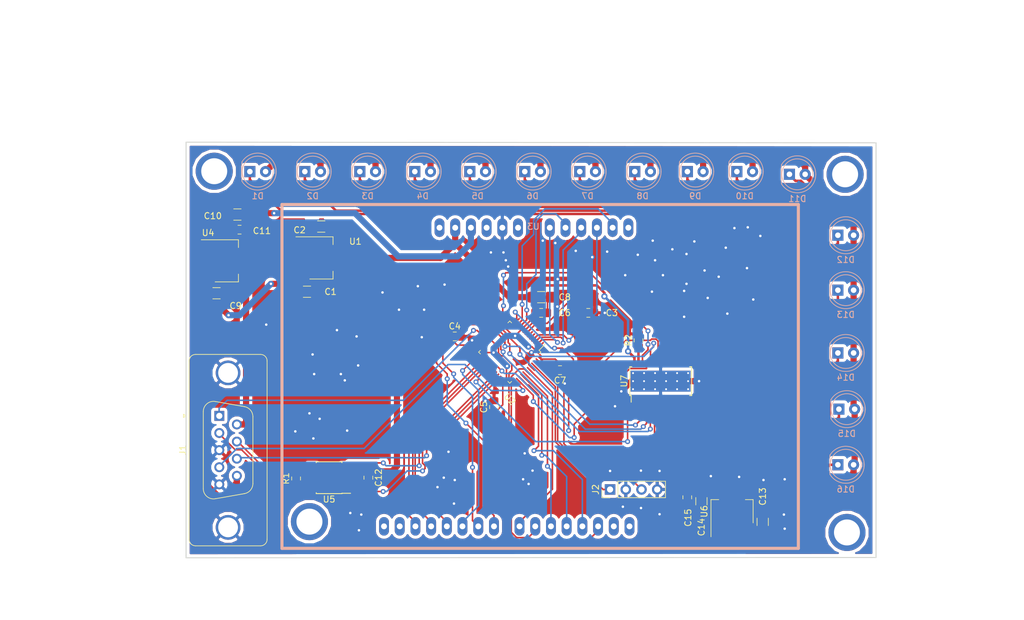
<source format=kicad_pcb>
(kicad_pcb (version 20171130) (host pcbnew "(5.0.2)-1")
  (layers (0 F.Cu signal) (31 B.Cu signal) (34 B.Paste user) (35 F.Paste user) (36 B.SilkS user) (37 F.SilkS user) (38 B.Mask user) (39 F.Mask user) (44 Edge.Cuts user))
  (net 0 "")
  (net 1 /NRST)
  (net 2 +3V3)
  (net 3 GND)
  (net 4 +5V)
  (net 5 /LOG_UART_TX)
  (net 6 /CAN_L)
  (net 7 /SWD_IO)
  (net 8 /CAN_H)
  (net 9 /SWD_CLK)
  (net 10 +BATT)
  (net 11 "Net-(U2-Pad1)")
  (net 12 /LCD_D0)
  (net 13 /LCD_D1)
  (net 14 /LCD_D2)
  (net 15 "Net-(U2-Pad22)")
  (net 16 /SD_CS)
  (net 17 /SD_CLK)
  (net 18 /SD_MISO)
  (net 19 /SD_MOSI)
  (net 20 "Net-(U2-Pad31)")
  (net 21 /CAN_RX)
  (net 22 /CAN_TX)
  (net 23 /LCD_D3)
  (net 24 /LCD_D4)
  (net 25 /LCD_D5)
  (net 26 /LCD_D6)
  (net 27 /LCD_D7)
  (net 28 "Net-(U3-Pad20)")
  (net 29 /LCD_RST)
  (net 30 /LCD_CS)
  (net 31 /LCD_RS)
  (net 32 /LCD_WR)
  (net 33 /LCD_RD)
  (net 34 "Net-(U5-Pad5)")
  (net 35 "Net-(U5-Pad8)")
  (net 36 "Net-(U3-Pad21)")
  (net 37 "Net-(U3-Pad22)")
  (net 38 "Net-(U3-Pad23)")
  (net 39 "Net-(U3-Pad24)")
  (net 40 "Net-(U3-Pad25)")
  (net 41 "Net-(U3-Pad26)")
  (net 42 "Net-(U3-Pad27)")
  (net 43 "Net-(D1-Pad1)")
  (net 44 "Net-(D2-Pad1)")
  (net 45 "Net-(D3-Pad1)")
  (net 46 "Net-(D4-Pad1)")
  (net 47 "Net-(D5-Pad1)")
  (net 48 "Net-(D6-Pad1)")
  (net 49 "Net-(D7-Pad1)")
  (net 50 "Net-(D8-Pad1)")
  (net 51 "Net-(D9-Pad1)")
  (net 52 "Net-(D10-Pad1)")
  (net 53 "Net-(D11-Pad1)")
  (net 54 "Net-(D12-Pad1)")
  (net 55 "Net-(D13-Pad1)")
  (net 56 "Net-(D14-Pad1)")
  (net 57 "Net-(D15-Pad1)")
  (net 58 "Net-(D16-Pad1)")
  (net 59 +5P)
  (net 60 /GS)
  (net 61 /XERR)
  (net 62 /BLANK)
  (net 63 /LED_MOSI)
  (net 64 /LED_MISO)
  (net 65 /LED_CLK)
  (net 66 /XLAT)
  (net 67 /DCPRG)
  (net 68 /VPRG)
  (net 69 "Net-(R2-Pad1)")
  (net 70 /button1)
  (net 71 /button2)
  (net 72 "Net-(U2-Pad6)")
  (net 73 "Net-(U2-Pad5)")
  (module Connector_Dsub:DSUB-9_Female_Vertical_P2.77x2.84mm_MountingHoles (layer F.Cu) (at 97.8202 75.0902 90)
    (fp_text reference J1 (at -5.54 -5.89 90) (layer F.SilkS))
    (fp_text value DB9_Female_MountingHoles)
    (pad 0 thru_hole circle (at 6.96 1.42 90) (size 4 4) (drill 3.2) (layers *.Cu *.Mask) (net 3 GND))
    (pad 0 thru_hole circle (at -18.04 1.42 90) (size 4 4) (drill 3.2) (layers *.Cu *.Mask) (net 3 GND))
    (pad 9 thru_hole circle (at -9.695 2.84 90) (size 1.6 1.6) (drill 1) (layers *.Cu *.Mask) (net 10 +BATT))
    (pad 8 thru_hole circle (at -6.925 2.84 90) (size 1.6 1.6) (drill 1) (layers *.Cu *.Mask) (net 7 /SWD_IO))
    (pad 7 thru_hole circle (at -4.155 2.84 90) (size 1.6 1.6) (drill 1) (layers *.Cu *.Mask) (net 8 /CAN_H))
    (pad 6 thru_hole circle (at -1.385 2.84 90) (size 1.6 1.6) (drill 1) (layers *.Cu *.Mask) (net 4 +5V))
    (pad 5 thru_hole circle (at -11.08 0 90) (size 1.6 1.6) (drill 1) (layers *.Cu *.Mask) (net 3 GND))
    (pad 4 thru_hole circle (at -8.31 0 90) (size 1.6 1.6) (drill 1) (layers *.Cu *.Mask) (net 9 /SWD_CLK))
    (pad 3 thru_hole circle (at -5.54 0 90) (size 1.6 1.6) (drill 1) (layers *.Cu *.Mask) (net 3 GND))
    (pad 2 thru_hole circle (at -2.77 0 90) (size 1.6 1.6) (drill 1) (layers *.Cu *.Mask) (net 6 /CAN_L))
    (pad 1 thru_hole rect (at 0 0 90) (size 1.6 1.6) (drill 1) (layers *.Cu *.Mask) (net 5 /LOG_UART_TX))
  )
  (module Capacitor_SMD:C_1206_3216Metric_Pad1.42x1.75mm_HandSolder (layer F.Cu) (at 112 55)
    (fp_text reference C1 (at 3.81 0) (layer F.SilkS))
    (fp_text value 10u)
    (pad 2 smd roundrect (at 1.4875 0) (size 1.425 1.75) (layers F.Cu F.Paste F.Mask) (roundrect_rratio 0.175439) (net 3 GND))
    (pad 1 smd roundrect (at -1.4875 0) (size 1.425 1.75) (layers F.Cu F.Paste F.Mask) (roundrect_rratio 0.175439) (net 10 +BATT))
  )
  (module Capacitor_SMD:C_1206_3216Metric_Pad1.42x1.75mm_HandSolder (layer F.Cu) (at 114.3 44.45 180)
    (fp_text reference C2 (at 3.4925 -0.5715 180) (layer F.SilkS))
    (fp_text value 10u)
    (pad 2 smd roundrect (at 1.4875 0 180) (size 1.425 1.75) (layers F.Cu F.Paste F.Mask) (roundrect_rratio 0.175439) (net 3 GND))
    (pad 1 smd roundrect (at -1.4875 0 180) (size 1.425 1.75) (layers F.Cu F.Paste F.Mask) (roundrect_rratio 0.175439) (net 2 +3V3))
  )
  (module Capacitor_SMD:C_0805_2012Metric_Pad1.15x1.40mm_HandSolder (layer F.Cu) (at 157.48 58.42)
    (fp_text reference C3 (at 3.81 0) (layer F.SilkS))
    (fp_text value 100n)
    (pad 2 smd roundrect (at 1.025 0) (size 1.15 1.4) (layers F.Cu F.Paste F.Mask) (roundrect_rratio 0.217391) (net 3 GND))
    (pad 1 smd roundrect (at -1.025 0) (size 1.15 1.4) (layers F.Cu F.Paste F.Mask) (roundrect_rratio 0.217391) (net 1 /NRST))
  )
  (module Capacitor_SMD:C_0805_2012Metric_Pad1.15x1.40mm_HandSolder (layer F.Cu) (at 135.89 62.23)
    (fp_text reference C4 (at 0 -1.65) (layer F.SilkS))
    (fp_text value 100n)
    (pad 2 smd roundrect (at 1.025 0) (size 1.15 1.4) (layers F.Cu F.Paste F.Mask) (roundrect_rratio 0.217391) (net 3 GND))
    (pad 1 smd roundrect (at -1.025 0) (size 1.15 1.4) (layers F.Cu F.Paste F.Mask) (roundrect_rratio 0.217391) (net 2 +3V3))
  )
  (module Capacitor_SMD:C_0805_2012Metric_Pad1.15x1.40mm_HandSolder (layer F.Cu) (at 142.24 73.66 90)
    (fp_text reference C5 (at 0 -1.65 90) (layer F.SilkS))
    (fp_text value 100n)
    (pad 2 smd roundrect (at 1.025 0 90) (size 1.15 1.4) (layers F.Cu F.Paste F.Mask) (roundrect_rratio 0.217391) (net 3 GND))
    (pad 1 smd roundrect (at -1.025 0 90) (size 1.15 1.4) (layers F.Cu F.Paste F.Mask) (roundrect_rratio 0.217391) (net 2 +3V3))
  )
  (module Capacitor_SMD:C_0805_2012Metric_Pad1.15x1.40mm_HandSolder (layer F.Cu) (at 149.86 58.42)
    (fp_text reference C6 (at 3.81 0) (layer F.SilkS))
    (fp_text value 100n)
    (pad 2 smd roundrect (at 1.025 0) (size 1.15 1.4) (layers F.Cu F.Paste F.Mask) (roundrect_rratio 0.217391) (net 3 GND))
    (pad 1 smd roundrect (at -1.025 0) (size 1.15 1.4) (layers F.Cu F.Paste F.Mask) (roundrect_rratio 0.217391) (net 2 +3V3))
  )
  (module Capacitor_SMD:C_0805_2012Metric_Pad1.15x1.40mm_HandSolder (layer F.Cu) (at 152.908 67.691 180)
    (fp_text reference C7 (at 0 -1.65 180) (layer F.SilkS))
    (fp_text value 100n)
    (pad 2 smd roundrect (at 1.025 0 180) (size 1.15 1.4) (layers F.Cu F.Paste F.Mask) (roundrect_rratio 0.217391) (net 3 GND))
    (pad 1 smd roundrect (at -1.025 0 180) (size 1.15 1.4) (layers F.Cu F.Paste F.Mask) (roundrect_rratio 0.217391) (net 2 +3V3))
  )
  (module Capacitor_SMD:C_1206_3216Metric_Pad1.42x1.75mm_HandSolder (layer F.Cu) (at 97.3725 55.245)
    (fp_text reference C9 (at 3.0845 2.032) (layer F.SilkS))
    (fp_text value 10u)
    (pad 2 smd roundrect (at 1.4875 0) (size 1.425 1.75) (layers F.Cu F.Paste F.Mask) (roundrect_rratio 0.175439) (net 3 GND))
    (pad 1 smd roundrect (at -1.4875 0) (size 1.425 1.75) (layers F.Cu F.Paste F.Mask) (roundrect_rratio 0.175439) (net 10 +BATT))
  )
  (module Capacitor_SMD:C_0805_2012Metric_Pad1.15x1.40mm_HandSolder (layer F.Cu) (at 121.92 85.09 270)
    (fp_text reference C12 (at 0 -1.65 270) (layer F.SilkS))
    (fp_text value 100n)
    (pad 2 smd roundrect (at 1.025 0 270) (size 1.15 1.4) (layers F.Cu F.Paste F.Mask) (roundrect_rratio 0.217391) (net 3 GND))
    (pad 1 smd roundrect (at -1.025 0 270) (size 1.15 1.4) (layers F.Cu F.Paste F.Mask) (roundrect_rratio 0.217391) (net 2 +3V3))
  )
  (module Package_TO_SOT_SMD:SOT-223-3_TabPin2 (layer F.Cu) (at 114.3 49.53)
    (fp_text reference U1 (at 5.5245 -2.667) (layer F.SilkS))
    (fp_text value AMS1117-3.3)
    (pad 1 smd rect (at -3.15 -2.3) (size 2 1.5) (layers F.Cu F.Paste F.Mask) (net 3 GND))
    (pad 3 smd rect (at -3.15 2.3) (size 2 1.5) (layers F.Cu F.Paste F.Mask) (net 10 +BATT))
    (pad 2 smd rect (at -3.15 0) (size 2 1.5) (layers F.Cu F.Paste F.Mask) (net 2 +3V3))
    (pad 2 smd rect (at 3.15 0) (size 2 3.8) (layers F.Cu F.Paste F.Mask) (net 2 +3V3))
  )
  (module Package_QFP:LQFP-48_7x7mm_P0.5mm (layer F.Cu) (at 144.78 64.77 225)
    (fp_text reference U2 (at 5.388154 -5.388154 315) (layer F.SilkS))
    (fp_text value STM32F103CBTx)
    (pad 48 smd rect (at -2.75 -4.35 315) (size 1.3 0.25) (layers F.Cu F.Paste F.Mask) (net 2 +3V3))
    (pad 47 smd rect (at -2.25 -4.35 315) (size 1.3 0.25) (layers F.Cu F.Paste F.Mask) (net 3 GND))
    (pad 46 smd rect (at -1.749999 -4.35 315) (size 1.3 0.25) (layers F.Cu F.Paste F.Mask) (net 71 /button2))
    (pad 45 smd rect (at -1.25 -4.35 315) (size 1.3 0.25) (layers F.Cu F.Paste F.Mask) (net 70 /button1))
    (pad 44 smd rect (at -0.750001 -4.35 315) (size 1.3 0.25) (layers F.Cu F.Paste F.Mask) (net 3 GND))
    (pad 43 smd rect (at -0.25 -4.35 315) (size 1.3 0.25) (layers F.Cu F.Paste F.Mask) (net 27 /LCD_D7))
    (pad 42 smd rect (at 0.25 -4.35 315) (size 1.3 0.25) (layers F.Cu F.Paste F.Mask) (net 26 /LCD_D6))
    (pad 41 smd rect (at 0.750001 -4.35 315) (size 1.3 0.25) (layers F.Cu F.Paste F.Mask) (net 25 /LCD_D5))
    (pad 40 smd rect (at 1.25 -4.35 315) (size 1.3 0.25) (layers F.Cu F.Paste F.Mask) (net 24 /LCD_D4))
    (pad 39 smd rect (at 1.749999 -4.35 315) (size 1.3 0.25) (layers F.Cu F.Paste F.Mask) (net 23 /LCD_D3))
    (pad 38 smd rect (at 2.25 -4.35 315) (size 1.3 0.25) (layers F.Cu F.Paste F.Mask) (net 60 /GS))
    (pad 37 smd rect (at 2.75 -4.35 315) (size 1.3 0.25) (layers F.Cu F.Paste F.Mask) (net 9 /SWD_CLK))
    (pad 36 smd rect (at 4.35 -2.75 225) (size 1.3 0.25) (layers F.Cu F.Paste F.Mask) (net 2 +3V3))
    (pad 35 smd rect (at 4.35 -2.25 225) (size 1.3 0.25) (layers F.Cu F.Paste F.Mask) (net 3 GND))
    (pad 34 smd rect (at 4.35 -1.749999 225) (size 1.3 0.25) (layers F.Cu F.Paste F.Mask) (net 7 /SWD_IO))
    (pad 33 smd rect (at 4.35 -1.25 225) (size 1.3 0.25) (layers F.Cu F.Paste F.Mask) (net 22 /CAN_TX))
    (pad 32 smd rect (at 4.35 -0.750001 225) (size 1.3 0.25) (layers F.Cu F.Paste F.Mask) (net 21 /CAN_RX))
    (pad 31 smd rect (at 4.35 -0.25 225) (size 1.3 0.25) (layers F.Cu F.Paste F.Mask) (net 20 "Net-(U2-Pad31)"))
    (pad 30 smd rect (at 4.35 0.25 225) (size 1.3 0.25) (layers F.Cu F.Paste F.Mask) (net 61 /XERR))
    (pad 29 smd rect (at 4.35 0.750001 225) (size 1.3 0.25) (layers F.Cu F.Paste F.Mask) (net 62 /BLANK))
    (pad 28 smd rect (at 4.35 1.25 225) (size 1.3 0.25) (layers F.Cu F.Paste F.Mask) (net 19 /SD_MOSI))
    (pad 27 smd rect (at 4.35 1.749999 225) (size 1.3 0.25) (layers F.Cu F.Paste F.Mask) (net 18 /SD_MISO))
    (pad 26 smd rect (at 4.35 2.25 225) (size 1.3 0.25) (layers F.Cu F.Paste F.Mask) (net 17 /SD_CLK))
    (pad 25 smd rect (at 4.35 2.75 225) (size 1.3 0.25) (layers F.Cu F.Paste F.Mask) (net 16 /SD_CS))
    (pad 24 smd rect (at 2.75 4.35 315) (size 1.3 0.25) (layers F.Cu F.Paste F.Mask) (net 2 +3V3))
    (pad 23 smd rect (at 2.25 4.35 315) (size 1.3 0.25) (layers F.Cu F.Paste F.Mask) (net 3 GND))
    (pad 22 smd rect (at 1.749999 4.35 315) (size 1.3 0.25) (layers F.Cu F.Paste F.Mask) (net 15 "Net-(U2-Pad22)"))
    (pad 21 smd rect (at 1.25 4.35 315) (size 1.3 0.25) (layers F.Cu F.Paste F.Mask) (net 5 /LOG_UART_TX))
    (pad 20 smd rect (at 0.750001 4.35 315) (size 1.3 0.25) (layers F.Cu F.Paste F.Mask) (net 14 /LCD_D2))
    (pad 19 smd rect (at 0.25 4.35 315) (size 1.3 0.25) (layers F.Cu F.Paste F.Mask) (net 13 /LCD_D1))
    (pad 18 smd rect (at -0.25 4.35 315) (size 1.3 0.25) (layers F.Cu F.Paste F.Mask) (net 12 /LCD_D0))
    (pad 17 smd rect (at -0.750001 4.35 315) (size 1.3 0.25) (layers F.Cu F.Paste F.Mask) (net 63 /LED_MOSI))
    (pad 16 smd rect (at -1.25 4.35 315) (size 1.3 0.25) (layers F.Cu F.Paste F.Mask) (net 64 /LED_MISO))
    (pad 15 smd rect (at -1.749999 4.35 315) (size 1.3 0.25) (layers F.Cu F.Paste F.Mask) (net 65 /LED_CLK))
    (pad 14 smd rect (at -2.25 4.35 315) (size 1.3 0.25) (layers F.Cu F.Paste F.Mask) (net 66 /XLAT))
    (pad 13 smd rect (at -2.75 4.35 315) (size 1.3 0.25) (layers F.Cu F.Paste F.Mask) (net 67 /DCPRG))
    (pad 12 smd rect (at -4.35 2.75 225) (size 1.3 0.25) (layers F.Cu F.Paste F.Mask) (net 68 /VPRG))
    (pad 11 smd rect (at -4.35 2.25 225) (size 1.3 0.25) (layers F.Cu F.Paste F.Mask) (net 29 /LCD_RST))
    (pad 10 smd rect (at -4.35 1.749999 225) (size 1.3 0.25) (layers F.Cu F.Paste F.Mask) (net 32 /LCD_WR))
    (pad 9 smd rect (at -4.35 1.25 225) (size 1.3 0.25) (layers F.Cu F.Paste F.Mask) (net 2 +3V3))
    (pad 8 smd rect (at -4.35 0.750001 225) (size 1.3 0.25) (layers F.Cu F.Paste F.Mask) (net 3 GND))
    (pad 7 smd rect (at -4.35 0.25 225) (size 1.3 0.25) (layers F.Cu F.Paste F.Mask) (net 1 /NRST))
    (pad 6 smd rect (at -4.35 -0.25 225) (size 1.3 0.25) (layers F.Cu F.Paste F.Mask) (net 72 "Net-(U2-Pad6)"))
    (pad 5 smd rect (at -4.35 -0.750001 225) (size 1.3 0.25) (layers F.Cu F.Paste F.Mask) (net 73 "Net-(U2-Pad5)"))
    (pad 4 smd rect (at -4.35 -1.25 225) (size 1.3 0.25) (layers F.Cu F.Paste F.Mask) (net 30 /LCD_CS))
    (pad 3 smd rect (at -4.35 -1.749999 225) (size 1.3 0.25) (layers F.Cu F.Paste F.Mask) (net 31 /LCD_RS))
    (pad 2 smd rect (at -4.35 -2.25 225) (size 1.3 0.25) (layers F.Cu F.Paste F.Mask) (net 33 /LCD_RD))
    (pad 1 smd rect (at -4.35 -2.75 225) (size 1.3 0.25) (layers F.Cu F.Paste F.Mask) (net 11 "Net-(U2-Pad1)"))
  )
  (module arduino_35_lcd:Arduino_35_LCD (layer B.Cu) (at 107.95 96.52)
    (fp_text reference U3 (at 40.64 -52.07) (layer B.SilkS) (effects (justify mirror)))
    (fp_text value lcd)
    (pad 27 thru_hole oval (at 16.5 -3.56) (size 1.6 3) (drill 0.95) (layers *.Cu *.Mask) (net 42 "Net-(U3-Pad27)"))
    (pad 26 thru_hole oval (at 19.04 -3.56) (size 1.6 3) (drill 0.95) (layers *.Cu *.Mask) (net 41 "Net-(U3-Pad26)"))
    (pad 8 thru_hole oval (at 21.58 -3.56) (size 1.6 3) (drill 0.95) (layers *.Cu *.Mask) (net 17 /SD_CLK))
    (pad 9 thru_hole oval (at 24.12 -3.56) (size 1.6 3) (drill 0.95) (layers *.Cu *.Mask) (net 18 /SD_MISO))
    (pad 10 thru_hole oval (at 26.66 -3.56) (size 1.6 3) (drill 0.95) (layers *.Cu *.Mask) (net 19 /SD_MOSI))
    (pad 11 thru_hole oval (at 29.18 -3.56) (size 1.6 3) (drill 0.95) (layers *.Cu *.Mask) (net 16 /SD_CS))
    (pad 1 thru_hole oval (at 31.74 -3.56) (size 1.6 3) (drill 0.95) (layers *.Cu *.Mask) (net 13 /LCD_D1))
    (pad 0 thru_hole oval (at 34.28 -3.56) (size 1.6 3) (drill 0.95) (layers *.Cu *.Mask) (net 12 /LCD_D0))
    (pad 7 thru_hole oval (at 38.41 -3.56) (size 1.6 3) (drill 0.95) (layers *.Cu *.Mask) (net 27 /LCD_D7))
    (pad 6 thru_hole oval (at 40.95 -3.56) (size 1.6 3) (drill 0.95) (layers *.Cu *.Mask) (net 26 /LCD_D6))
    (pad 5 thru_hole oval (at 43.49 -3.56) (size 1.6 3) (drill 0.95) (layers *.Cu *.Mask) (net 25 /LCD_D5))
    (pad 4 thru_hole oval (at 46.03 -3.56) (size 1.6 3) (drill 0.95) (layers *.Cu *.Mask) (net 24 /LCD_D4))
    (pad 3 thru_hole oval (at 48.57 -3.56) (size 1.6 3) (drill 0.95) (layers *.Cu *.Mask) (net 23 /LCD_D3))
    (pad 2 thru_hole oval (at 51.11 -3.56) (size 1.6 3) (drill 0.95) (layers *.Cu *.Mask) (net 14 /LCD_D2))
    (pad 25 thru_hole oval (at 53.65 -3.56) (size 1.6 3) (drill 0.95) (layers *.Cu *.Mask) (net 40 "Net-(U3-Pad25)"))
    (pad 24 thru_hole oval (at 56.19 -3.56) (size 1.6 3) (drill 0.95) (layers *.Cu *.Mask) (net 39 "Net-(U3-Pad24)"))
    (pad 23 thru_hole oval (at 25.47 -51.88) (size 1.6 3) (drill 0.95) (layers *.Cu *.Mask) (net 38 "Net-(U3-Pad23)"))
    (pad 18 thru_hole oval (at 28.01 -51.88) (size 1.6 3) (drill 0.95) (layers *.Cu *.Mask) (net 2 +3V3))
    (pad 19 thru_hole oval (at 30.55 -51.88) (size 1.6 3) (drill 0.95) (layers *.Cu *.Mask) (net 4 +5V))
    (pad 22 thru_hole oval (at 33.09 -51.88) (size 1.6 3) (drill 0.95) (layers *.Cu *.Mask) (net 37 "Net-(U3-Pad22)"))
    (pad 17 thru_hole oval (at 35.63 -51.88) (size 1.6 3) (drill 0.95) (layers *.Cu *.Mask) (net 3 GND))
    (pad 21 thru_hole oval (at 38.17 -51.88) (size 1.6 3) (drill 0.95) (layers *.Cu *.Mask) (net 36 "Net-(U3-Pad21)"))
    (pad 14 thru_hole oval (at 43.3 -51.88) (size 1.6 3) (drill 0.95) (layers *.Cu *.Mask) (net 33 /LCD_RD))
    (pad 12 thru_hole oval (at 45.84 -51.88) (size 1.6 3) (drill 0.95) (layers *.Cu *.Mask) (net 32 /LCD_WR))
    (pad 13 thru_hole oval (at 48.38 -51.88) (size 1.6 3) (drill 0.95) (layers *.Cu *.Mask) (net 31 /LCD_RS))
    (pad 15 thru_hole oval (at 50.92 -51.88) (size 1.6 3) (drill 0.95) (layers *.Cu *.Mask) (net 30 /LCD_CS))
    (pad 16 thru_hole oval (at 53.46 -51.88) (size 1.6 3) (drill 0.95) (layers *.Cu *.Mask) (net 29 /LCD_RST))
    (pad 20 thru_hole oval (at 56 -51.88) (size 1.6 3) (drill 0.95) (layers *.Cu *.Mask) (net 28 "Net-(U3-Pad20)"))
  )
  (module Package_SO:SOIC-8_3.9x4.9mm_P1.27mm (layer F.Cu) (at 115.57 85.09 180)
    (fp_text reference U5 (at 0 -3.5 180) (layer F.SilkS))
    (fp_text value SN65HVD232)
    (pad 8 smd rect (at 2.7 -1.905 180) (size 1.55 0.6) (layers F.Cu F.Paste F.Mask) (net 35 "Net-(U5-Pad8)"))
    (pad 7 smd rect (at 2.7 -0.635 180) (size 1.55 0.6) (layers F.Cu F.Paste F.Mask) (net 6 /CAN_L))
    (pad 6 smd rect (at 2.7 0.635 180) (size 1.55 0.6) (layers F.Cu F.Paste F.Mask) (net 8 /CAN_H))
    (pad 5 smd rect (at 2.7 1.905 180) (size 1.55 0.6) (layers F.Cu F.Paste F.Mask) (net 34 "Net-(U5-Pad5)"))
    (pad 4 smd rect (at -2.7 1.905 180) (size 1.55 0.6) (layers F.Cu F.Paste F.Mask) (net 21 /CAN_RX))
    (pad 3 smd rect (at -2.7 0.635 180) (size 1.55 0.6) (layers F.Cu F.Paste F.Mask) (net 2 +3V3))
    (pad 2 smd rect (at -2.7 -0.635 180) (size 1.55 0.6) (layers F.Cu F.Paste F.Mask) (net 3 GND))
    (pad 1 smd rect (at -2.7 -1.905 180) (size 1.55 0.6) (layers F.Cu F.Paste F.Mask) (net 22 /CAN_TX))
  )
  (module Capacitor_SMD:C_1206_3216Metric_Pad1.42x1.75mm_HandSolder (layer F.Cu) (at 149.86 55.88)
    (fp_text reference C8 (at 3.81 0) (layer F.SilkS))
    (fp_text value 10u)
    (pad 2 smd roundrect (at 1.4875 0) (size 1.425 1.75) (layers F.Cu F.Paste F.Mask) (roundrect_rratio 0.175439) (net 3 GND))
    (pad 1 smd roundrect (at -1.4875 0) (size 1.425 1.75) (layers F.Cu F.Paste F.Mask) (roundrect_rratio 0.175439) (net 2 +3V3))
  )
  (module LED_THT:LED_D5.0mm (layer B.Cu) (at 102.76 35.56)
    (fp_text reference D1 (at 1.27 3.96) (layer B.SilkS) (effects (justify mirror)))
    (fp_text value LED_ALT)
    (pad 2 thru_hole circle (at 2.54 0) (size 1.8 1.8) (drill 0.9) (layers *.Cu *.Mask) (net 59 +5P))
    (pad 1 thru_hole rect (at 0 0) (size 1.8 1.8) (drill 0.9) (layers *.Cu *.Mask) (net 43 "Net-(D1-Pad1)"))
  )
  (module LED_THT:LED_D5.0mm (layer B.Cu) (at 111.65 35.56)
    (fp_text reference D2 (at 1.27 3.96) (layer B.SilkS) (effects (justify mirror)))
    (fp_text value LED_ALT)
    (pad 2 thru_hole circle (at 2.54 0) (size 1.8 1.8) (drill 0.9) (layers *.Cu *.Mask) (net 59 +5P))
    (pad 1 thru_hole rect (at 0 0) (size 1.8 1.8) (drill 0.9) (layers *.Cu *.Mask) (net 44 "Net-(D2-Pad1)"))
  )
  (module LED_THT:LED_D5.0mm (layer B.Cu) (at 120.54 35.56)
    (fp_text reference D3 (at 1.27 3.96) (layer B.SilkS) (effects (justify mirror)))
    (fp_text value LED_ALT)
    (pad 2 thru_hole circle (at 2.54 0) (size 1.8 1.8) (drill 0.9) (layers *.Cu *.Mask) (net 59 +5P))
    (pad 1 thru_hole rect (at 0 0) (size 1.8 1.8) (drill 0.9) (layers *.Cu *.Mask) (net 45 "Net-(D3-Pad1)"))
  )
  (module LED_THT:LED_D5.0mm (layer B.Cu) (at 129.43 35.56)
    (fp_text reference D4 (at 1.27 3.96) (layer B.SilkS) (effects (justify mirror)))
    (fp_text value LED_ALT)
    (pad 2 thru_hole circle (at 2.54 0) (size 1.8 1.8) (drill 0.9) (layers *.Cu *.Mask) (net 59 +5P))
    (pad 1 thru_hole rect (at 0 0) (size 1.8 1.8) (drill 0.9) (layers *.Cu *.Mask) (net 46 "Net-(D4-Pad1)"))
  )
  (module LED_THT:LED_D5.0mm (layer B.Cu) (at 138.32 35.56)
    (fp_text reference D5 (at 1.27 3.96) (layer B.SilkS) (effects (justify mirror)))
    (fp_text value LED_ALT)
    (pad 2 thru_hole circle (at 2.54 0) (size 1.8 1.8) (drill 0.9) (layers *.Cu *.Mask) (net 59 +5P))
    (pad 1 thru_hole rect (at 0 0) (size 1.8 1.8) (drill 0.9) (layers *.Cu *.Mask) (net 47 "Net-(D5-Pad1)"))
  )
  (module LED_THT:LED_D5.0mm (layer B.Cu) (at 147.21 35.56)
    (fp_text reference D6 (at 1.27 3.96) (layer B.SilkS) (effects (justify mirror)))
    (fp_text value LED_ALT)
    (pad 2 thru_hole circle (at 2.54 0) (size 1.8 1.8) (drill 0.9) (layers *.Cu *.Mask) (net 59 +5P))
    (pad 1 thru_hole rect (at 0 0) (size 1.8 1.8) (drill 0.9) (layers *.Cu *.Mask) (net 48 "Net-(D6-Pad1)"))
  )
  (module LED_THT:LED_D5.0mm (layer B.Cu) (at 156.1 35.56)
    (fp_text reference D7 (at 1.27 3.96) (layer B.SilkS) (effects (justify mirror)))
    (fp_text value LED_ALT)
    (pad 2 thru_hole circle (at 2.54 0) (size 1.8 1.8) (drill 0.9) (layers *.Cu *.Mask) (net 59 +5P))
    (pad 1 thru_hole rect (at 0 0) (size 1.8 1.8) (drill 0.9) (layers *.Cu *.Mask) (net 49 "Net-(D7-Pad1)"))
  )
  (module LED_THT:LED_D5.0mm (layer B.Cu) (at 164.99 35.56)
    (fp_text reference D8 (at 1.27 3.96) (layer B.SilkS) (effects (justify mirror)))
    (fp_text value LED_ALT)
    (pad 2 thru_hole circle (at 2.54 0) (size 1.8 1.8) (drill 0.9) (layers *.Cu *.Mask) (net 59 +5P))
    (pad 1 thru_hole rect (at 0 0) (size 1.8 1.8) (drill 0.9) (layers *.Cu *.Mask) (net 50 "Net-(D8-Pad1)"))
  )
  (module LED_THT:LED_D5.0mm (layer B.Cu) (at 173.5 35.56)
    (fp_text reference D9 (at 1.27 3.96) (layer B.SilkS) (effects (justify mirror)))
    (fp_text value LED_ALT)
    (pad 2 thru_hole circle (at 2.54 0) (size 1.8 1.8) (drill 0.9) (layers *.Cu *.Mask) (net 59 +5P))
    (pad 1 thru_hole rect (at 0 0) (size 1.8 1.8) (drill 0.9) (layers *.Cu *.Mask) (net 51 "Net-(D9-Pad1)"))
  )
  (module LED_THT:LED_D5.0mm (layer B.Cu) (at 181.5 35.56)
    (fp_text reference D10 (at 1.27 3.96) (layer B.SilkS) (effects (justify mirror)))
    (fp_text value LED_ALT)
    (pad 2 thru_hole circle (at 2.54 0) (size 1.8 1.8) (drill 0.9) (layers *.Cu *.Mask) (net 59 +5P))
    (pad 1 thru_hole rect (at 0 0) (size 1.8 1.8) (drill 0.9) (layers *.Cu *.Mask) (net 52 "Net-(D10-Pad1)"))
  )
  (module LED_THT:LED_D5.0mm (layer B.Cu) (at 190 36)
    (fp_text reference D11 (at 1.27 3.96) (layer B.SilkS) (effects (justify mirror)))
    (fp_text value LED_ALT)
    (pad 2 thru_hole circle (at 2.54 0) (size 1.8 1.8) (drill 0.9) (layers *.Cu *.Mask) (net 59 +5P))
    (pad 1 thru_hole rect (at 0 0) (size 1.8 1.8) (drill 0.9) (layers *.Cu *.Mask) (net 53 "Net-(D11-Pad1)"))
  )
  (module LED_THT:LED_D5.0mm (layer B.Cu) (at 197.83 45.86)
    (fp_text reference D12 (at 1.27 3.96) (layer B.SilkS) (effects (justify mirror)))
    (fp_text value LED_ALT)
    (pad 2 thru_hole circle (at 2.54 0) (size 1.8 1.8) (drill 0.9) (layers *.Cu *.Mask) (net 59 +5P))
    (pad 1 thru_hole rect (at 0 0) (size 1.8 1.8) (drill 0.9) (layers *.Cu *.Mask) (net 54 "Net-(D12-Pad1)"))
  )
  (module LED_THT:LED_D5.0mm (layer B.Cu) (at 197.83 54.75)
    (fp_text reference D13 (at 1.27 3.96) (layer B.SilkS) (effects (justify mirror)))
    (fp_text value LED_ALT)
    (pad 2 thru_hole circle (at 2.54 0) (size 1.8 1.8) (drill 0.9) (layers *.Cu *.Mask) (net 59 +5P))
    (pad 1 thru_hole rect (at 0 0) (size 1.8 1.8) (drill 0.9) (layers *.Cu *.Mask) (net 55 "Net-(D13-Pad1)"))
  )
  (module LED_THT:LED_D5.0mm (layer B.Cu) (at 197.83 64.91)
    (fp_text reference D14 (at 1.27 3.96) (layer B.SilkS) (effects (justify mirror)))
    (fp_text value LED_ALT)
    (pad 2 thru_hole circle (at 2.54 0) (size 1.8 1.8) (drill 0.9) (layers *.Cu *.Mask) (net 59 +5P))
    (pad 1 thru_hole rect (at 0 0) (size 1.8 1.8) (drill 0.9) (layers *.Cu *.Mask) (net 56 "Net-(D14-Pad1)"))
  )
  (module LED_THT:LED_D5.0mm (layer B.Cu) (at 198 74)
    (fp_text reference D15 (at 1.27 3.96) (layer B.SilkS) (effects (justify mirror)))
    (fp_text value LED_ALT)
    (pad 2 thru_hole circle (at 2.54 0) (size 1.8 1.8) (drill 0.9) (layers *.Cu *.Mask) (net 59 +5P))
    (pad 1 thru_hole rect (at 0 0) (size 1.8 1.8) (drill 0.9) (layers *.Cu *.Mask) (net 57 "Net-(D15-Pad1)"))
  )
  (module LED_THT:LED_D5.0mm (layer B.Cu) (at 197.83 83)
    (fp_text reference D16 (at 1.27 3.96) (layer B.SilkS) (effects (justify mirror)))
    (fp_text value LED_ALT)
    (pad 2 thru_hole circle (at 2.54 0) (size 1.8 1.8) (drill 0.9) (layers *.Cu *.Mask) (net 59 +5P))
    (pad 1 thru_hole rect (at 0 0) (size 1.8 1.8) (drill 0.9) (layers *.Cu *.Mask) (net 58 "Net-(D16-Pad1)"))
  )
  (module Capacitor_SMD:C_1206_3216Metric_Pad1.42x1.75mm_HandSolder (layer F.Cu) (at 185.674 92.2385 90)
    (fp_text reference C13 (at 4.1005 0 90) (layer F.SilkS))
    (fp_text value 10u)
    (pad 1 smd roundrect (at -1.4875 0 90) (size 1.425 1.75) (layers F.Cu F.Paste F.Mask) (roundrect_rratio 0.175439) (net 10 +BATT))
    (pad 2 smd roundrect (at 1.4875 0 90) (size 1.425 1.75) (layers F.Cu F.Paste F.Mask) (roundrect_rratio 0.175439) (net 3 GND))
  )
  (module Capacitor_SMD:C_1206_3216Metric_Pad1.42x1.75mm_HandSolder (layer F.Cu) (at 175.768 88.9 270)
    (fp_text reference C14 (at 4.191 0 270) (layer F.SilkS))
    (fp_text value 10u)
    (pad 2 smd roundrect (at 1.4875 0 270) (size 1.425 1.75) (layers F.Cu F.Paste F.Mask) (roundrect_rratio 0.175439) (net 3 GND))
    (pad 1 smd roundrect (at -1.4875 0 270) (size 1.425 1.75) (layers F.Cu F.Paste F.Mask) (roundrect_rratio 0.175439) (net 59 +5P))
  )
  (module Capacitor_SMD:C_0805_2012Metric_Pad1.15x1.40mm_HandSolder (layer F.Cu) (at 173.482 88.265 270)
    (fp_text reference C15 (at 3.302 -0.127 270) (layer F.SilkS))
    (fp_text value 100n)
    (pad 1 smd roundrect (at -1.025 0 270) (size 1.15 1.4) (layers F.Cu F.Paste F.Mask) (roundrect_rratio 0.217391) (net 59 +5P))
    (pad 2 smd roundrect (at 1.025 0 270) (size 1.15 1.4) (layers F.Cu F.Paste F.Mask) (roundrect_rratio 0.217391) (net 3 GND))
  )
  (module Package_TO_SOT_SMD:SOT-223-3_TabPin2 (layer F.Cu) (at 99 50)
    (fp_text reference U4 (at -2.988 -4.534) (layer F.SilkS))
    (fp_text value AMS1117-5.0)
    (pad 1 smd rect (at -3.15 -2.3) (size 2 1.5) (layers F.Cu F.Paste F.Mask) (net 3 GND))
    (pad 3 smd rect (at -3.15 2.3) (size 2 1.5) (layers F.Cu F.Paste F.Mask) (net 10 +BATT))
    (pad 2 smd rect (at -3.15 0) (size 2 1.5) (layers F.Cu F.Paste F.Mask) (net 4 +5V))
    (pad 2 smd rect (at 3.15 0) (size 2 3.8) (layers F.Cu F.Paste F.Mask) (net 4 +5V))
  )
  (module Package_TO_SOT_SMD:SOT-223-3_TabPin2 (layer F.Cu) (at 180.721 90.551 90)
    (fp_text reference U6 (at 0 -4.5 90) (layer F.SilkS))
    (fp_text value AMS1117-5.0)
    (pad 2 smd rect (at 3.15 0 90) (size 2 3.8) (layers F.Cu F.Paste F.Mask) (net 59 +5P))
    (pad 2 smd rect (at -3.15 0 90) (size 2 1.5) (layers F.Cu F.Paste F.Mask) (net 59 +5P))
    (pad 3 smd rect (at -3.15 2.3 90) (size 2 1.5) (layers F.Cu F.Paste F.Mask) (net 10 +BATT))
    (pad 1 smd rect (at -3.15 -2.3 90) (size 2 1.5) (layers F.Cu F.Paste F.Mask) (net 3 GND))
  )
  (module Package_SO:HTSSOP-28-1EP_4.4x9.7mm_P0.65mm_EP3.4x9.5mm_Mask2.4x6.17mm_ThermalVias (layer F.Cu) (at 169.164 69.469 90)
    (fp_text reference U7 (at 0 -5.9 90) (layer F.SilkS))
    (fp_text value TLC5940PWP)
    (pad 1 smd rect (at -2.85 -4.225 90) (size 1.1 0.4) (layers F.Cu F.Paste F.Mask) (net 3 GND))
    (pad 2 smd rect (at -2.85 -3.575 90) (size 1.1 0.4) (layers F.Cu F.Paste F.Mask) (net 62 /BLANK))
    (pad 3 smd rect (at -2.85 -2.925 90) (size 1.1 0.4) (layers F.Cu F.Paste F.Mask) (net 66 /XLAT))
    (pad 4 smd rect (at -2.85 -2.275 90) (size 1.1 0.4) (layers F.Cu F.Paste F.Mask) (net 65 /LED_CLK))
    (pad 5 smd rect (at -2.85 -1.625 90) (size 1.1 0.4) (layers F.Cu F.Paste F.Mask) (net 63 /LED_MOSI))
    (pad 6 smd rect (at -2.85 -0.975 90) (size 1.1 0.4) (layers F.Cu F.Paste F.Mask) (net 68 /VPRG))
    (pad 7 smd rect (at -2.85 -0.325 90) (size 1.1 0.4) (layers F.Cu F.Paste F.Mask) (net 58 "Net-(D16-Pad1)"))
    (pad 8 smd rect (at -2.85 0.325 90) (size 1.1 0.4) (layers F.Cu F.Paste F.Mask) (net 57 "Net-(D15-Pad1)"))
    (pad 9 smd rect (at -2.85 0.975 90) (size 1.1 0.4) (layers F.Cu F.Paste F.Mask) (net 56 "Net-(D14-Pad1)"))
    (pad 10 smd rect (at -2.85 1.625 90) (size 1.1 0.4) (layers F.Cu F.Paste F.Mask) (net 55 "Net-(D13-Pad1)"))
    (pad 11 smd rect (at -2.85 2.275 90) (size 1.1 0.4) (layers F.Cu F.Paste F.Mask) (net 54 "Net-(D12-Pad1)"))
    (pad 12 smd rect (at -2.85 2.925 90) (size 1.1 0.4) (layers F.Cu F.Paste F.Mask) (net 53 "Net-(D11-Pad1)"))
    (pad 13 smd rect (at -2.85 3.575 90) (size 1.1 0.4) (layers F.Cu F.Paste F.Mask) (net 52 "Net-(D10-Pad1)"))
    (pad 14 smd rect (at -2.85 4.225 90) (size 1.1 0.4) (layers F.Cu F.Paste F.Mask) (net 51 "Net-(D9-Pad1)"))
    (pad 15 smd rect (at 2.85 4.225 90) (size 1.1 0.4) (layers F.Cu F.Paste F.Mask) (net 50 "Net-(D8-Pad1)"))
    (pad 16 smd rect (at 2.85 3.575 90) (size 1.1 0.4) (layers F.Cu F.Paste F.Mask) (net 49 "Net-(D7-Pad1)"))
    (pad 17 smd rect (at 2.85 2.925 90) (size 1.1 0.4) (layers F.Cu F.Paste F.Mask) (net 48 "Net-(D6-Pad1)"))
    (pad 18 smd rect (at 2.85 2.275 90) (size 1.1 0.4) (layers F.Cu F.Paste F.Mask) (net 47 "Net-(D5-Pad1)"))
    (pad 19 smd rect (at 2.85 1.625 90) (size 1.1 0.4) (layers F.Cu F.Paste F.Mask) (net 46 "Net-(D4-Pad1)"))
    (pad 20 smd rect (at 2.85 0.975 90) (size 1.1 0.4) (layers F.Cu F.Paste F.Mask) (net 45 "Net-(D3-Pad1)"))
    (pad 21 smd rect (at 2.85 0.325 90) (size 1.1 0.4) (layers F.Cu F.Paste F.Mask) (net 44 "Net-(D2-Pad1)"))
    (pad 22 smd rect (at 2.85 -0.325 90) (size 1.1 0.4) (layers F.Cu F.Paste F.Mask) (net 43 "Net-(D1-Pad1)"))
    (pad 23 smd rect (at 2.85 -0.975 90) (size 1.1 0.4) (layers F.Cu F.Paste F.Mask) (net 61 /XERR))
    (pad 24 smd rect (at 2.85 -1.625 90) (size 1.1 0.4) (layers F.Cu F.Paste F.Mask) (net 64 /LED_MISO))
    (pad 25 smd rect (at 2.85 -2.275 90) (size 1.1 0.4) (layers F.Cu F.Paste F.Mask) (net 60 /GS))
    (pad 26 smd rect (at 2.85 -2.925 90) (size 1.1 0.4) (layers F.Cu F.Paste F.Mask) (net 67 /DCPRG))
    (pad 27 smd rect (at 2.85 -3.575 90) (size 1.1 0.4) (layers F.Cu F.Paste F.Mask) (net 69 "Net-(R2-Pad1)"))
    (pad 28 smd rect (at 2.85 -4.225 90) (size 1.1 0.4) (layers F.Cu F.Paste F.Mask) (net 2 +3V3))
    (pad 29 smd rect (at 0 0 90) (size 3.4 9.7) (layers F.Cu) (net 3 GND))
    (pad 29 thru_hole circle (at -1.3 -4.45 90) (size 0.6 0.6) (drill 0.3) (layers *.Cu) (net 3 GND))
    (pad 29 thru_hole circle (at 0 -4.45 90) (size 0.6 0.6) (drill 0.3) (layers *.Cu) (net 3 GND))
    (pad 29 thru_hole circle (at 1.3 -4.45 90) (size 0.6 0.6) (drill 0.3) (layers *.Cu) (net 3 GND))
    (pad 29 thru_hole circle (at 1.3 -2.67 90) (size 0.6 0.6) (drill 0.3) (layers *.Cu) (net 3 GND))
    (pad 29 thru_hole circle (at 0 -2.67 90) (size 0.6 0.6) (drill 0.3) (layers *.Cu) (net 3 GND))
    (pad 29 thru_hole circle (at -1.3 -2.67 90) (size 0.6 0.6) (drill 0.3) (layers *.Cu) (net 3 GND))
    (pad 29 thru_hole circle (at 1.3 -0.89 90) (size 0.6 0.6) (drill 0.3) (layers *.Cu) (net 3 GND))
    (pad 29 thru_hole circle (at 0 -0.89 90) (size 0.6 0.6) (drill 0.3) (layers *.Cu) (net 3 GND))
    (pad 29 thru_hole circle (at -1.3 -0.89 90) (size 0.6 0.6) (drill 0.3) (layers *.Cu) (net 3 GND))
    (pad 29 thru_hole circle (at 1.3 0.89 90) (size 0.6 0.6) (drill 0.3) (layers *.Cu) (net 3 GND))
    (pad 29 thru_hole circle (at 0 0.89 90) (size 0.6 0.6) (drill 0.3) (layers *.Cu) (net 3 GND))
    (pad 29 thru_hole circle (at -1.3 0.89 90) (size 0.6 0.6) (drill 0.3) (layers *.Cu) (net 3 GND))
    (pad 29 thru_hole circle (at 1.3 2.67 90) (size 0.6 0.6) (drill 0.3) (layers *.Cu) (net 3 GND))
    (pad 29 thru_hole circle (at 0 2.67 90) (size 0.6 0.6) (drill 0.3) (layers *.Cu) (net 3 GND))
    (pad 29 thru_hole circle (at -1.3 2.67 90) (size 0.6 0.6) (drill 0.3) (layers *.Cu) (net 3 GND))
    (pad 29 thru_hole circle (at 1.3 4.45 90) (size 0.6 0.6) (drill 0.3) (layers *.Cu) (net 3 GND))
    (pad 29 thru_hole circle (at 0 4.45 90) (size 0.6 0.6) (drill 0.3) (layers *.Cu) (net 3 GND))
    (pad 29 thru_hole circle (at -1.3 4.45 90) (size 0.6 0.6) (drill 0.3) (layers *.Cu) (net 3 GND))
    (pad 29 smd rect (at 0 0 90) (size 3.4 9.7) (layers B.Cu) (net 3 GND))
  )
  (module Resistor_SMD:R_0805_2012Metric_Pad1.15x1.40mm_HandSolder (layer F.Cu) (at 110.236 85.217 90)
    (fp_text reference R1 (at 0 -1.65 90) (layer F.SilkS))
    (fp_text value 120)
    (pad 1 smd roundrect (at -1.025 0 90) (size 1.15 1.4) (layers F.Cu F.Paste F.Mask) (roundrect_rratio 0.217391) (net 6 /CAN_L))
    (pad 2 smd roundrect (at 1.025 0 90) (size 1.15 1.4) (layers F.Cu F.Paste F.Mask) (roundrect_rratio 0.217391) (net 8 /CAN_H))
  )
  (module Resistor_SMD:R_0805_2012Metric_Pad1.15x1.40mm_HandSolder (layer F.Cu) (at 165.608 62.865 90)
    (fp_text reference R2 (at 0 -1.65 90) (layer F.SilkS))
    (fp_text value R)
    (pad 2 smd roundrect (at 1.025 0 90) (size 1.15 1.4) (layers F.Cu F.Paste F.Mask) (roundrect_rratio 0.217391) (net 3 GND))
    (pad 1 smd roundrect (at -1.025 0 90) (size 1.15 1.4) (layers F.Cu F.Paste F.Mask) (roundrect_rratio 0.217391) (net 69 "Net-(R2-Pad1)"))
  )
  (module Capacitor_SMD:C_1206_3216Metric_Pad1.42x1.75mm_HandSolder (layer F.Cu) (at 100.746 42.508 180)
    (fp_text reference C10 (at 3.972 -0.2275 180) (layer F.SilkS))
    (fp_text value 10u)
    (pad 1 smd roundrect (at -1.4875 0 180) (size 1.425 1.75) (layers F.Cu F.Paste F.Mask) (roundrect_rratio 0.175439) (net 4 +5V))
    (pad 2 smd roundrect (at 1.4875 0 180) (size 1.425 1.75) (layers F.Cu F.Paste F.Mask) (roundrect_rratio 0.175439) (net 3 GND))
  )
  (module Capacitor_SMD:C_0805_2012Metric_Pad1.15x1.40mm_HandSolder (layer F.Cu) (at 101.092 44.958 180)
    (fp_text reference C11 (at -3.6195 -0.1905 180) (layer F.SilkS))
    (fp_text value 100n)
    (pad 1 smd roundrect (at -1.025 0 180) (size 1.15 1.4) (layers F.Cu F.Paste F.Mask) (roundrect_rratio 0.217391) (net 4 +5V))
    (pad 2 smd roundrect (at 1.025 0 180) (size 1.15 1.4) (layers F.Cu F.Paste F.Mask) (roundrect_rratio 0.217391) (net 3 GND))
  )
  (module Connector_PinHeader_2.54mm:PinHeader_1x04_P2.54mm_Vertical (layer F.Cu) (at 161 87 90)
    (fp_text reference J2 (at 0 -2.33 90) (layer F.SilkS))
    (fp_text value Conn_01x04)
    (pad 1 thru_hole rect (at 0 0 90) (size 1.7 1.7) (drill 1) (layers *.Cu *.Mask) (net 70 /button1))
    (pad 2 thru_hole oval (at 0 2.54 90) (size 1.7 1.7) (drill 1) (layers *.Cu *.Mask) (net 3 GND))
    (pad 3 thru_hole oval (at 0 5.08 90) (size 1.7 1.7) (drill 1) (layers *.Cu *.Mask) (net 71 /button2))
    (pad 4 thru_hole oval (at 0 7.62 90) (size 1.7 1.7) (drill 1) (layers *.Cu *.Mask) (net 3 GND))
  )
  (gr_line (start 92.45 98.05) (end 92.45 97.65) (layer Edge.Cuts) (width 0.15))
  (gr_line (start 204 98) (end 92.45 98.05) (layer Edge.Cuts) (width 0.15))
  (gr_line (start 92.45 30.8) (end 92.45 97.65) (layer Edge.Cuts) (width 0.15))
  (gr_line (start 204 30.9) (end 92.45 30.8) (layer Edge.Cuts) (width 0.15))
  (gr_line (start 204 98) (end 204 30.9) (layer Edge.Cuts) (width 0.15))
  (via (at 199.3 93.95) (size 6) (drill 4.2) (layers F.Cu B.Cu) (net 0))
  (via (at 199 36) (size 6) (drill 4.2) (layers F.Cu B.Cu) (net 0))
  (via (at 97 35.5) (size 6) (drill 4.2) (layers F.Cu B.Cu) (net 0))
  (via (at 112.395 92.202) (size 6) (drill 4.2) (layers F.Cu B.Cu) (net 0))
  (segment (start 155.831628 57.796628) (end 156.455 58.42) (width 0.25) (layer F.Cu) (net 1))
  (segment (start 149.081837 60.11461) (end 150.832616 60.11461) (width 0.25) (layer F.Cu) (net 1))
  (segment (start 154.964799 56.929799) (end 155.831628 57.796628) (width 0.25) (layer F.Cu) (net 1))
  (segment (start 147.679138 61.517309) (end 149.081837 60.11461) (width 0.25) (layer F.Cu) (net 1))
  (segment (start 154.017427 56.929799) (end 154.964799 56.929799) (width 0.25) (layer F.Cu) (net 1))
  (segment (start 150.832616 60.11461) (end 154.017427 56.929799) (width 0.25) (layer F.Cu) (net 1))
  (segment (start 148.835 58.947233) (end 148.835 58.42) (width 0.25) (layer F.Cu) (net 2))
  (segment (start 146.972031 60.810202) (end 148.835 58.947233) (width 0.25) (layer F.Cu) (net 2))
  (segment (start 148.835 56.3425) (end 148.3725 55.88) (width 0.25) (layer F.Cu) (net 2))
  (segment (start 148.835 58.42) (end 148.835 56.3425) (width 0.25) (layer F.Cu) (net 2))
  (segment (start 143.648629 73.276371) (end 143.648629 69.790458) (width 0.25) (layer F.Cu) (net 2))
  (segment (start 142.24 74.685) (end 143.648629 73.276371) (width 0.25) (layer F.Cu) (net 2))
  (segment (start 146.972031 60.810202) (end 145.6436 62.138633) (width 0.25) (layer F.Cu) (net 2))
  (via (at 145.6436 62.138633) (size 0.8) (drill 0.4) (layers F.Cu B.Cu) (net 2))
  (via (at 147.8026 63.9064) (size 0.8) (drill 0.4) (layers F.Cu B.Cu) (net 2))
  (via (at 142.1638 64.8462) (size 0.8) (drill 0.4) (layers F.Cu B.Cu) (net 2))
  (segment (start 139.759542 63.638629) (end 140.967113 64.8462) (width 0.25) (layer F.Cu) (net 2))
  (segment (start 140.967113 64.8462) (end 142.1638 64.8462) (width 0.25) (layer F.Cu) (net 2))
  (segment (start 136.273629 63.638629) (end 134.865 62.23) (width 0.25) (layer F.Cu) (net 2))
  (segment (start 139.759542 63.638629) (end 136.273629 63.638629) (width 0.25) (layer F.Cu) (net 2))
  (segment (start 146.034833 62.138633) (end 147.8026 63.9064) (width 1) (layer B.Cu) (net 2))
  (segment (start 145.6436 62.138633) (end 146.034833 62.138633) (width 1) (layer B.Cu) (net 2))
  (segment (start 111.15 49.53) (end 117.45 49.53) (width 1) (layer F.Cu) (net 2))
  (segment (start 117.45 46.1125) (end 115.7875 44.45) (width 1) (layer F.Cu) (net 2))
  (segment (start 117.45 49.53) (end 117.45 46.1125) (width 1) (layer F.Cu) (net 2))
  (segment (start 147.56 55.88) (end 148.3725 55.88) (width 1) (layer F.Cu) (net 2))
  (segment (start 144.7 55.88) (end 147.56 55.88) (width 1) (layer F.Cu) (net 2))
  (segment (start 135.96 47.14) (end 144.7 55.88) (width 1) (layer F.Cu) (net 2))
  (segment (start 135.96 44.64) (end 135.96 47.14) (width 1) (layer F.Cu) (net 2))
  (segment (start 117.45 52.43) (end 126.5428 61.5228) (width 1) (layer F.Cu) (net 2))
  (segment (start 117.45 49.53) (end 117.45 52.43) (width 1) (layer F.Cu) (net 2))
  (segment (start 126.5428 61.5228) (end 126.5428 83.2358) (width 1) (layer F.Cu) (net 2))
  (segment (start 125.7136 84.065) (end 121.92 84.065) (width 1) (layer F.Cu) (net 2))
  (segment (start 126.5428 83.2358) (end 125.7136 84.065) (width 1) (layer F.Cu) (net 2))
  (segment (start 121.53 84.455) (end 121.92 84.065) (width 0.5) (layer F.Cu) (net 2))
  (segment (start 118.27 84.455) (end 121.53 84.455) (width 0.5) (layer F.Cu) (net 2))
  (segment (start 133.57 49.53) (end 135.96 47.14) (width 1) (layer F.Cu) (net 2))
  (segment (start 117.45 49.53) (end 133.57 49.53) (width 1) (layer F.Cu) (net 2))
  (segment (start 148.368285 63.9064) (end 147.8026 63.9064) (width 0.25) (layer F.Cu) (net 2))
  (segment (start 149.800458 65.338573) (end 148.368285 63.9064) (width 0.25) (layer F.Cu) (net 2))
  (segment (start 149.800458 65.901371) (end 149.800458 65.338573) (width 0.25) (layer F.Cu) (net 2))
  (segment (start 142.1638 64.8462) (end 144.348196 67.030596) (width 1) (layer B.Cu) (net 2))
  (via (at 144.3482 67.030596) (size 0.8) (drill 0.4) (layers F.Cu B.Cu) (net 2))
  (segment (start 144.348196 67.030596) (end 144.3482 67.030596) (width 1) (layer B.Cu) (net 2))
  (segment (start 144.2466 69.192487) (end 144.2466 67.132196) (width 0.25) (layer F.Cu) (net 2))
  (segment (start 143.648629 69.790458) (end 144.2466 69.192487) (width 0.25) (layer F.Cu) (net 2))
  (segment (start 144.2466 67.132196) (end 144.3482 67.030596) (width 0.25) (layer F.Cu) (net 2))
  (segment (start 145.077915 62.138633) (end 145.6436 62.138633) (width 1) (layer B.Cu) (net 2))
  (segment (start 142.1638 64.177964) (end 144.203131 62.138633) (width 1) (layer B.Cu) (net 2))
  (segment (start 142.1638 64.8462) (end 142.1638 64.177964) (width 1) (layer B.Cu) (net 2))
  (segment (start 144.203131 62.138633) (end 145.077915 62.138633) (width 1) (layer B.Cu) (net 2))
  (segment (start 152.143371 65.901371) (end 153.933 67.691) (width 0.25) (layer F.Cu) (net 2))
  (segment (start 149.800458 65.901371) (end 152.143371 65.901371) (width 0.25) (layer F.Cu) (net 2))
  (segment (start 164.939 65.669) (end 163.913 64.643) (width 0.4) (layer F.Cu) (net 2))
  (segment (start 164.939 66.619) (end 164.939 65.669) (width 0.4) (layer F.Cu) (net 2))
  (via (at 163.913 64.643) (size 1) (drill 0.5) (layers F.Cu B.Cu) (net 2))
  (via (at 160.0835 55.753) (size 1) (drill 0.5) (layers F.Cu B.Cu) (net 2))
  (segment (start 163.913 64.643) (end 163.913 59.5825) (width 0.4) (layer B.Cu) (net 2))
  (segment (start 163.913 59.5825) (end 160.0835 55.753) (width 0.4) (layer B.Cu) (net 2))
  (segment (start 149.3025 53.975) (end 148.3725 54.905) (width 0.4) (layer F.Cu) (net 2))
  (segment (start 158.871185 53.975) (end 149.3025 53.975) (width 0.4) (layer F.Cu) (net 2))
  (segment (start 160.0835 55.753) (end 160.0835 55.187315) (width 0.4) (layer F.Cu) (net 2))
  (segment (start 160.0835 55.187315) (end 158.871185 53.975) (width 0.4) (layer F.Cu) (net 2))
  (segment (start 148.3725 54.905) (end 148.3725 55.88) (width 0.4) (layer F.Cu) (net 2))
  (segment (start 158.505 58.42) (end 159.893 58.42) (width 0.25) (layer F.Cu) (net 3))
  (via (at 160.147 58.42) (size 0.8) (drill 0.4) (layers F.Cu B.Cu) (net 3))
  (segment (start 159.893 58.42) (end 160.147 58.42) (width 0.25) (layer F.Cu) (net 3))
  (segment (start 147.855916 66.785255) (end 147.855916 65.250084) (width 0.25) (layer F.Cu) (net 3))
  (segment (start 147.889042 65.216958) (end 148.289041 64.816959) (width 0.25) (layer F.Cu) (net 3))
  (segment (start 148.386245 67.315584) (end 147.855916 66.785255) (width 0.25) (layer F.Cu) (net 3))
  (segment (start 147.855916 65.250084) (end 147.889042 65.216958) (width 0.25) (layer F.Cu) (net 3))
  (segment (start 149.6404 59.6646) (end 150.885 58.42) (width 0.25) (layer F.Cu) (net 3))
  (segment (start 147.325584 61.163755) (end 148.824739 59.6646) (width 0.25) (layer F.Cu) (net 3))
  (segment (start 148.824739 59.6646) (end 149.6404 59.6646) (width 0.25) (layer F.Cu) (net 3))
  (segment (start 150.885 56.3425) (end 151.3475 55.88) (width 0.25) (layer F.Cu) (net 3))
  (segment (start 150.885 58.42) (end 150.885 56.3425) (width 0.25) (layer F.Cu) (net 3))
  (segment (start 142.24 70.491981) (end 143.295076 69.436905) (width 0.25) (layer F.Cu) (net 3))
  (segment (start 142.24 72.635) (end 142.24 70.491981) (width 0.25) (layer F.Cu) (net 3))
  (segment (start 139.058019 62.23) (end 136.915 62.23) (width 0.25) (layer F.Cu) (net 3))
  (segment (start 140.113095 63.285076) (end 139.058019 62.23) (width 0.25) (layer F.Cu) (net 3))
  (segment (start 121.53 85.725) (end 121.92 86.115) (width 0.5) (layer F.Cu) (net 3))
  (segment (start 118.27 85.725) (end 121.53 85.725) (width 0.5) (layer F.Cu) (net 3))
  (via (at 140.843 72.644) (size 0.8) (drill 0.4) (layers F.Cu B.Cu) (net 3))
  (via (at 138.684 62.865) (size 0.8) (drill 0.4) (layers F.Cu B.Cu) (net 3))
  (via (at 152.527 52.959) (size 0.8) (drill 0.4) (layers F.Cu B.Cu) (net 3))
  (via (at 162.814 71.12) (size 0.8) (drill 0.4) (layers F.Cu B.Cu) (net 3))
  (via (at 161.798 73.533) (size 0.8) (drill 0.4) (layers F.Cu B.Cu) (net 3))
  (via (at 175.387 69.469) (size 0.8) (drill 0.4) (layers F.Cu B.Cu) (net 3))
  (segment (start 164.465 69.469) (end 162.814 71.12) (width 1) (layer F.Cu) (net 3))
  (segment (start 169.164 69.469) (end 164.465 69.469) (width 1) (layer F.Cu) (net 3))
  (segment (start 169.164 69.469) (end 175.387 69.469) (width 1) (layer F.Cu) (net 3))
  (via (at 152.146 47.117) (size 0.8) (drill 0.4) (layers F.Cu B.Cu) (net 3))
  (via (at 150.114 46.736) (size 0.8) (drill 0.4) (layers F.Cu B.Cu) (net 3))
  (via (at 155.448 48.387) (size 0.8) (drill 0.4) (layers F.Cu B.Cu) (net 3))
  (via (at 158.115 49.403) (size 0.8) (drill 0.4) (layers F.Cu B.Cu) (net 3))
  (via (at 160.528 48.514) (size 0.8) (drill 0.4) (layers F.Cu B.Cu) (net 3))
  (via (at 168.275 49.911) (size 0.8) (drill 0.4) (layers F.Cu B.Cu) (net 3))
  (via (at 167.767 54.991) (size 0.8) (drill 0.4) (layers F.Cu B.Cu) (net 3))
  (via (at 163.449 52.324) (size 0.8) (drill 0.4) (layers F.Cu B.Cu) (net 3))
  (via (at 165.481 49.022) (size 0.8) (drill 0.4) (layers F.Cu B.Cu) (net 3))
  (via (at 167.894 46.736) (size 0.8) (drill 0.4) (layers F.Cu B.Cu) (net 3))
  (via (at 171.069 48.133) (size 0.8) (drill 0.4) (layers F.Cu B.Cu) (net 3))
  (via (at 173.355 53.721) (size 0.8) (drill 0.4) (layers F.Cu B.Cu) (net 3))
  (via (at 172.974 54.864) (size 0.8) (drill 0.4) (layers F.Cu B.Cu) (net 3))
  (via (at 169.545 52.324) (size 0.8) (drill 0.4) (layers F.Cu B.Cu) (net 3))
  (via (at 179.705 47.879) (size 0.8) (drill 0.4) (layers F.Cu B.Cu) (net 3))
  (via (at 183.134 51.181) (size 0.8) (drill 0.4) (layers F.Cu B.Cu) (net 3))
  (via (at 184.15 56.261) (size 0.8) (drill 0.4) (layers F.Cu B.Cu) (net 3))
  (via (at 179.959 58.547) (size 0.8) (drill 0.4) (layers F.Cu B.Cu) (net 3))
  (via (at 178.562 52.578) (size 0.8) (drill 0.4) (layers F.Cu B.Cu) (net 3))
  (via (at 174.625 46.863) (size 0.8) (drill 0.4) (layers F.Cu B.Cu) (net 3))
  (via (at 173.355 48.895) (size 0.8) (drill 0.4) (layers F.Cu B.Cu) (net 3))
  (via (at 176.276 51.562) (size 0.8) (drill 0.4) (layers F.Cu B.Cu) (net 3))
  (via (at 176.784 56.007) (size 0.8) (drill 0.4) (layers F.Cu B.Cu) (net 3))
  (via (at 172.974 59.055) (size 0.8) (drill 0.4) (layers F.Cu B.Cu) (net 3))
  (via (at 185.293 45.974) (size 0.8) (drill 0.4) (layers F.Cu B.Cu) (net 3))
  (via (at 183.261 44.577) (size 0.8) (drill 0.4) (layers F.Cu B.Cu) (net 3))
  (via (at 181.102 44.704) (size 0.8) (drill 0.4) (layers F.Cu B.Cu) (net 3))
  (via (at 141.732 48.641) (size 0.8) (drill 0.4) (layers F.Cu B.Cu) (net 3))
  (via (at 143.764 48.641) (size 0.8) (drill 0.4) (layers F.Cu B.Cu) (net 3))
  (via (at 144.145 49.911) (size 0.8) (drill 0.4) (layers F.Cu B.Cu) (net 3))
  (via (at 144.526 50.927) (size 0.8) (drill 0.4) (layers F.Cu B.Cu) (net 3))
  (via (at 134.239 53.848) (size 0.8) (drill 0.4) (layers F.Cu B.Cu) (net 3))
  (via (at 126.873 57.912) (size 0.8) (drill 0.4) (layers F.Cu B.Cu) (net 3))
  (via (at 124.206 55.118) (size 0.8) (drill 0.4) (layers F.Cu B.Cu) (net 3))
  (via (at 129.921 54.102) (size 0.8) (drill 0.4) (layers F.Cu B.Cu) (net 3))
  (via (at 130.937 57.912) (size 0.8) (drill 0.4) (layers F.Cu B.Cu) (net 3))
  (via (at 130.556 62.357) (size 0.8) (drill 0.4) (layers F.Cu B.Cu) (net 3))
  (via (at 120.015 62.23) (size 0.8) (drill 0.4) (layers F.Cu B.Cu) (net 3))
  (via (at 120.269 66.929) (size 0.8) (drill 0.4) (layers F.Cu B.Cu) (net 3))
  (via (at 116.84 61.214) (size 0.8) (drill 0.4) (layers F.Cu B.Cu) (net 3))
  (via (at 112.903 65.151) (size 0.8) (drill 0.4) (layers F.Cu B.Cu) (net 3))
  (via (at 113.157 68.326) (size 0.8) (drill 0.4) (layers F.Cu B.Cu) (net 3))
  (via (at 117.475 68.326) (size 0.8) (drill 0.4) (layers F.Cu B.Cu) (net 3))
  (via (at 118.11 69.342) (size 0.8) (drill 0.4) (layers F.Cu B.Cu) (net 3))
  (via (at 147.193 81.153) (size 0.8) (drill 0.4) (layers F.Cu B.Cu) (net 3))
  (via (at 146.939 85.344) (size 0.8) (drill 0.4) (layers F.Cu B.Cu) (net 3))
  (via (at 147.828 86.106) (size 0.8) (drill 0.4) (layers F.Cu B.Cu) (net 3))
  (via (at 148.463 83.947) (size 0.8) (drill 0.4) (layers F.Cu B.Cu) (net 3))
  (via (at 134.112 85.09) (size 0.8) (drill 0.4) (layers F.Cu B.Cu) (net 3))
  (via (at 133.096 86.614) (size 0.8) (drill 0.4) (layers F.Cu B.Cu) (net 3))
  (via (at 134.874 80.899) (size 0.8) (drill 0.4) (layers F.Cu B.Cu) (net 3))
  (via (at 135.89 85.471) (size 0.8) (drill 0.4) (layers F.Cu B.Cu) (net 3))
  (via (at 135.763 89.281) (size 0.8) (drill 0.4) (layers F.Cu B.Cu) (net 3))
  (via (at 161 84) (size 0.8) (drill 0.4) (layers F.Cu B.Cu) (net 3))
  (via (at 165.989 83.947) (size 0.8) (drill 0.4) (layers F.Cu B.Cu) (net 3))
  (via (at 169 84) (size 0.8) (drill 0.4) (layers F.Cu B.Cu) (net 3))
  (via (at 169 91) (size 0.8) (drill 0.4) (layers F.Cu B.Cu) (net 3))
  (via (at 163.068 89.789) (size 0.8) (drill 0.4) (layers F.Cu B.Cu) (net 3))
  (via (at 166 90) (size 0.8) (drill 0.4) (layers F.Cu B.Cu) (net 3))
  (via (at 189.103 91.059) (size 0.8) (drill 0.4) (layers F.Cu B.Cu) (net 3))
  (via (at 189.23 93.345) (size 0.8) (drill 0.4) (layers F.Cu B.Cu) (net 3))
  (via (at 189.23 85.344) (size 0.8) (drill 0.4) (layers F.Cu B.Cu) (net 3))
  (via (at 185.801 85.471) (size 0.8) (drill 0.4) (layers F.Cu B.Cu) (net 3))
  (via (at 181.864 84.963) (size 0.8) (drill 0.4) (layers F.Cu B.Cu) (net 3))
  (via (at 177.292 84.836) (size 0.8) (drill 0.4) (layers F.Cu B.Cu) (net 3))
  (via (at 118.491 77.47) (size 0.8) (drill 0.4) (layers F.Cu B.Cu) (net 3))
  (via (at 114.046 75.565) (size 0.8) (drill 0.4) (layers F.Cu B.Cu) (net 3))
  (via (at 112.395 74.676) (size 0.8) (drill 0.4) (layers F.Cu B.Cu) (net 3))
  (via (at 110.109 77.597) (size 0.8) (drill 0.4) (layers F.Cu B.Cu) (net 3))
  (via (at 113.03 78.74) (size 0.8) (drill 0.4) (layers F.Cu B.Cu) (net 3))
  (via (at 105.41 60.325) (size 0.8) (drill 0.4) (layers F.Cu B.Cu) (net 3))
  (via (at 118.999 90.805) (size 0.8) (drill 0.4) (layers F.Cu B.Cu) (net 3))
  (via (at 120.396 93.599) (size 0.8) (drill 0.4) (layers F.Cu B.Cu) (net 3))
  (via (at 120.777 91.059) (size 0.8) (drill 0.4) (layers F.Cu B.Cu) (net 3))
  (via (at 153.67 69.85) (size 0.8) (drill 0.4) (layers F.Cu B.Cu) (net 3))
  (segment (start 150.882981 67.691) (end 151.883 67.691) (width 0.25) (layer F.Cu) (net 3))
  (segment (start 149.446905 66.254924) (end 150.882981 67.691) (width 0.25) (layer F.Cu) (net 3))
  (segment (start 153.67 69.478) (end 153.67 69.85) (width 0.25) (layer F.Cu) (net 3))
  (segment (start 151.883 67.691) (end 153.67 69.478) (width 0.25) (layer F.Cu) (net 3))
  (via (at 152.4635 57.404) (size 0.8) (drill 0.4) (layers F.Cu B.Cu) (net 3))
  (via (at 148.289041 64.816959) (size 0.8) (drill 0.4) (layers F.Cu B.Cu) (net 3))
  (segment (start 153.750041 64.816959) (end 148.289041 64.816959) (width 0.25) (layer B.Cu) (net 3))
  (segment (start 160.147 58.42) (end 153.750041 64.816959) (width 0.25) (layer B.Cu) (net 3))
  (segment (start 102.15 50) (end 95.85 50) (width 1) (layer F.Cu) (net 4))
  (segment (start 102.2335 44.8415) (end 102.117 44.958) (width 1) (layer F.Cu) (net 4))
  (segment (start 102.2335 42.508) (end 102.2335 44.8415) (width 1) (layer F.Cu) (net 4))
  (segment (start 102.117 49.967) (end 102.15 50) (width 1) (layer F.Cu) (net 4))
  (segment (start 102.117 44.958) (end 102.117 49.967) (width 1) (layer F.Cu) (net 4))
  (segment (start 102.15 52.9) (end 102.15 50) (width 1) (layer F.Cu) (net 4))
  (segment (start 102.15 76.11677) (end 102.15 52.9) (width 1) (layer F.Cu) (net 4))
  (segment (start 101.79157 76.4752) (end 102.15 76.11677) (width 1) (layer F.Cu) (net 4))
  (segment (start 100.6602 76.4752) (end 101.79157 76.4752) (width 1) (layer F.Cu) (net 4))
  (segment (start 138.4554 44.5954) (end 138.5 44.64) (width 1) (layer F.Cu) (net 4))
  (segment (start 138.5 44.461904) (end 138.5 44.64) (width 1) (layer F.Cu) (net 4))
  (segment (start 138.5 47.14) (end 136.364 49.276) (width 1) (layer B.Cu) (net 4))
  (segment (start 138.5 44.64) (end 138.5 47.14) (width 1) (layer B.Cu) (net 4))
  (segment (start 136.364 49.276) (end 126.746 49.276) (width 1) (layer B.Cu) (net 4))
  (segment (start 126.746 49.276) (end 119.761 42.291) (width 1) (layer B.Cu) (net 4))
  (via (at 106.68 42.291) (size 0.8) (drill 0.4) (layers F.Cu B.Cu) (net 4))
  (segment (start 119.761 42.291) (end 106.68 42.291) (width 1) (layer B.Cu) (net 4))
  (segment (start 102.4505 42.291) (end 102.2335 42.508) (width 1) (layer F.Cu) (net 4))
  (segment (start 106.68 42.291) (end 102.4505 42.291) (width 1) (layer F.Cu) (net 4))
  (segment (start 139.507033 61.2648) (end 138.9126 61.2648) (width 0.25) (layer F.Cu) (net 5))
  (segment (start 140.820202 62.577969) (end 139.507033 61.2648) (width 0.25) (layer F.Cu) (net 5))
  (via (at 138.9126 61.2648) (size 0.8) (drill 0.4) (layers F.Cu B.Cu) (net 5))
  (segment (start 97.79 73.88) (end 97.79 74.93) (width 0.25) (layer B.Cu) (net 5))
  (segment (start 99.1022 72.5678) (end 97.79 73.88) (width 0.25) (layer B.Cu) (net 5))
  (segment (start 138.9126 61.2648) (end 127.6096 72.5678) (width 0.25) (layer B.Cu) (net 5))
  (segment (start 127.6096 72.5678) (end 99.1022 72.5678) (width 0.25) (layer B.Cu) (net 5))
  (segment (start 110.753 85.725) (end 110.236 86.242) (width 0.25) (layer F.Cu) (net 6))
  (segment (start 112.87 85.725) (end 110.753 85.725) (width 0.25) (layer F.Cu) (net 6))
  (segment (start 97.79 77.978) (end 97.79 77.7) (width 0.25) (layer F.Cu) (net 6))
  (segment (start 100.3808 80.5688) (end 97.79 77.978) (width 0.25) (layer F.Cu) (net 6))
  (segment (start 101.4222 80.5688) (end 100.3808 80.5688) (width 0.25) (layer F.Cu) (net 6))
  (segment (start 110.236 86.242) (end 107.0954 86.242) (width 0.25) (layer F.Cu) (net 6))
  (segment (start 107.0954 86.242) (end 101.4222 80.5688) (width 0.25) (layer F.Cu) (net 6))
  (via (at 131.33501 81.538962) (size 0.8) (drill 0.4) (layers F.Cu B.Cu) (net 7))
  (segment (start 100.63 81.855) (end 131.018972 81.855) (width 0.25) (layer B.Cu) (net 7))
  (segment (start 131.33501 80.689863) (end 131.33501 80.973277) (width 0.25) (layer F.Cu) (net 7))
  (segment (start 131.018972 81.855) (end 131.33501 81.538962) (width 0.25) (layer B.Cu) (net 7))
  (segment (start 131.33501 80.973277) (end 131.33501 81.538962) (width 0.25) (layer F.Cu) (net 7))
  (segment (start 142.941522 69.083351) (end 131.33501 80.689863) (width 0.25) (layer F.Cu) (net 7))
  (segment (start 110.499 84.455) (end 110.236 84.192) (width 0.25) (layer F.Cu) (net 8))
  (segment (start 112.87 84.455) (end 110.499 84.455) (width 0.25) (layer F.Cu) (net 8))
  (segment (start 105.737 84.192) (end 105.283 83.738) (width 0.25) (layer F.Cu) (net 8))
  (segment (start 110.236 84.192) (end 105.737 84.192) (width 0.25) (layer F.Cu) (net 8))
  (segment (start 105.283 83.738) (end 100.63 79.085) (width 0.25) (layer F.Cu) (net 8))
  (segment (start 121.2342 80.3656) (end 134.8232 66.7766) (width 0.25) (layer B.Cu) (net 9))
  (segment (start 100.6644 80.3656) (end 121.2342 80.3656) (width 0.25) (layer B.Cu) (net 9))
  (segment (start 134.8232 66.7766) (end 137.541 66.7766) (width 0.25) (layer B.Cu) (net 9))
  (segment (start 137.541 66.7766) (end 141.751269 70.986869) (width 0.25) (layer B.Cu) (net 9))
  (segment (start 146.892805 70.771892) (end 146.892805 70.986869) (width 0.25) (layer F.Cu) (net 9))
  (segment (start 146.32712 70.986869) (end 146.892805 70.986869) (width 0.25) (layer B.Cu) (net 9))
  (segment (start 97.79 83.24) (end 100.6644 80.3656) (width 0.25) (layer B.Cu) (net 9))
  (segment (start 141.751269 70.986869) (end 146.32712 70.986869) (width 0.25) (layer B.Cu) (net 9))
  (segment (start 145.911371 69.790458) (end 146.892805 70.771892) (width 0.25) (layer F.Cu) (net 9))
  (via (at 146.892805 70.986869) (size 0.8) (drill 0.4) (layers F.Cu B.Cu) (net 9))
  (segment (start 95.85 55.21) (end 95.885 55.245) (width 1) (layer F.Cu) (net 10))
  (segment (start 95.85 52.3) (end 95.85 55.21) (width 1) (layer F.Cu) (net 10))
  (segment (start 100.6602 85.91657) (end 98.31177 88.265) (width 1) (layer F.Cu) (net 10))
  (segment (start 100.6602 84.7852) (end 100.6602 85.91657) (width 1) (layer F.Cu) (net 10))
  (segment (start 95.885 56.22) (end 95.885 55.245) (width 1) (layer F.Cu) (net 10))
  (segment (start 95.885 86.346962) (end 95.885 56.22) (width 1) (layer F.Cu) (net 10))
  (segment (start 97.803038 88.265) (end 95.885 86.346962) (width 1) (layer F.Cu) (net 10))
  (segment (start 98.31177 88.265) (end 97.803038 88.265) (width 1) (layer F.Cu) (net 10))
  (via (at 99.314 58.801) (size 0.8) (drill 0.4) (layers F.Cu B.Cu) (net 10))
  (segment (start 95.885 55.245) (end 95.885 55.372) (width 1) (layer F.Cu) (net 10))
  (segment (start 95.885 55.372) (end 99.314 58.801) (width 1) (layer F.Cu) (net 10))
  (via (at 106.172 53.721) (size 0.8) (drill 0.4) (layers F.Cu B.Cu) (net 10))
  (segment (start 99.314 58.801) (end 101.092 58.801) (width 1) (layer B.Cu) (net 10))
  (segment (start 101.092 58.801) (end 106.172 53.721) (width 1) (layer B.Cu) (net 10))
  (segment (start 109.259 53.721) (end 111.15 51.83) (width 1) (layer F.Cu) (net 10))
  (segment (start 106.172 53.721) (end 109.259 53.721) (width 1) (layer F.Cu) (net 10))
  (segment (start 110.5125 52.4675) (end 111.15 51.83) (width 1) (layer F.Cu) (net 10))
  (segment (start 110.5125 55) (end 110.5125 52.4675) (width 1) (layer F.Cu) (net 10))
  (segment (start 183.046 93.726) (end 183.021 93.701) (width 1) (layer F.Cu) (net 10))
  (segment (start 185.674 93.726) (end 183.046 93.726) (width 1) (layer F.Cu) (net 10))
  (segment (start 100.6602 89.3572) (end 100.6602 84.7852) (width 1) (layer F.Cu) (net 10))
  (segment (start 183.021 95.701) (end 182.329 96.393) (width 1) (layer F.Cu) (net 10))
  (segment (start 183.021 93.701) (end 183.021 95.701) (width 1) (layer F.Cu) (net 10))
  (segment (start 182.329 96.393) (end 110.871 96.393) (width 1) (layer F.Cu) (net 10))
  (segment (start 110.871 96.393) (end 107.95 93.472) (width 1) (layer F.Cu) (net 10))
  (segment (start 107.95 93.472) (end 104.775 93.472) (width 1) (layer F.Cu) (net 10))
  (segment (start 104.775 93.472) (end 100.6602 89.3572) (width 1) (layer F.Cu) (net 10))
  (segment (start 142.23 91.21) (end 140.9954 89.9754) (width 0.25) (layer F.Cu) (net 12))
  (segment (start 142.23 92.96) (end 142.23 91.21) (width 0.25) (layer F.Cu) (net 12))
  (segment (start 140.9954 89.9754) (end 140.9954 79.5528) (width 0.25) (layer F.Cu) (net 12))
  (via (at 137.6934 76.2508) (size 0.8) (drill 0.4) (layers F.Cu B.Cu) (net 12))
  (segment (start 140.9954 79.5528) (end 137.6934 76.2508) (width 0.25) (layer F.Cu) (net 12))
  (via (at 134.6708 69.088) (size 0.8) (drill 0.4) (layers F.Cu B.Cu) (net 12))
  (segment (start 137.6934 76.2508) (end 134.6708 73.2282) (width 0.25) (layer B.Cu) (net 12))
  (segment (start 134.6708 73.2282) (end 134.6708 69.088) (width 0.25) (layer B.Cu) (net 12))
  (segment (start 134.6708 69.088) (end 134.6708 68.3006) (width 0.25) (layer F.Cu) (net 12))
  (segment (start 134.6708 68.3006) (end 132.9436 66.5734) (width 0.25) (layer F.Cu) (net 12))
  (segment (start 132.9436 61.926799) (end 135.002599 59.8678) (width 0.25) (layer F.Cu) (net 12))
  (segment (start 132.9436 66.5734) (end 132.9436 61.926799) (width 0.25) (layer F.Cu) (net 12))
  (segment (start 140.231353 59.8678) (end 141.880862 61.517309) (width 0.25) (layer F.Cu) (net 12))
  (segment (start 135.002599 59.8678) (end 140.231353 59.8678) (width 0.25) (layer F.Cu) (net 12))
  (via (at 135.7122 68.3006) (size 0.8) (drill 0.4) (layers F.Cu B.Cu) (net 13))
  (segment (start 135.7122 68.866285) (end 138.7602 71.914285) (width 0.25) (layer B.Cu) (net 13))
  (segment (start 135.7122 68.3006) (end 135.7122 68.866285) (width 0.25) (layer B.Cu) (net 13))
  (via (at 138.7602 83.4136) (size 0.8) (drill 0.4) (layers F.Cu B.Cu) (net 13))
  (segment (start 138.7602 71.914285) (end 138.7602 83.4136) (width 0.25) (layer B.Cu) (net 13))
  (segment (start 138.7602 92.0302) (end 139.69 92.96) (width 0.25) (layer F.Cu) (net 13))
  (segment (start 138.7602 83.4136) (end 138.7602 92.0302) (width 0.25) (layer F.Cu) (net 13))
  (segment (start 133.96499 66.55339) (end 135.312201 67.900601) (width 0.25) (layer F.Cu) (net 13))
  (segment (start 135.312201 67.900601) (end 135.7122 68.3006) (width 0.25) (layer F.Cu) (net 13))
  (segment (start 133.96499 61.54182) (end 133.96499 66.55339) (width 0.25) (layer F.Cu) (net 13))
  (segment (start 135.188999 60.317811) (end 133.96499 61.54182) (width 0.25) (layer F.Cu) (net 13))
  (segment (start 139.974258 60.317811) (end 135.188999 60.317811) (width 0.25) (layer F.Cu) (net 13))
  (segment (start 141.527309 61.870862) (end 139.974258 60.317811) (width 0.25) (layer F.Cu) (net 13))
  (segment (start 145.1102 66.741102) (end 143.747314 65.378216) (width 0.25) (layer F.Cu) (net 14))
  (segment (start 142.961057 64.011718) (end 141.704084 62.754745) (width 0.25) (layer F.Cu) (net 14))
  (segment (start 159.06 93.66) (end 157.477189 95.242811) (width 0.25) (layer F.Cu) (net 14))
  (segment (start 141.704084 62.754745) (end 141.173755 62.224416) (width 0.25) (layer F.Cu) (net 14))
  (segment (start 143.400819 65.378216) (end 142.961057 64.938454) (width 0.25) (layer F.Cu) (net 14))
  (segment (start 159.06 92.96) (end 159.06 93.66) (width 0.25) (layer F.Cu) (net 14))
  (segment (start 142.961057 64.938454) (end 142.961057 64.011718) (width 0.25) (layer F.Cu) (net 14))
  (segment (start 145.1102 67.691) (end 145.1102 66.741102) (width 0.25) (layer F.Cu) (net 14))
  (segment (start 145.715396 95.242811) (end 144.653 94.180415) (width 0.25) (layer F.Cu) (net 14))
  (segment (start 144.653 68.1482) (end 145.1102 67.691) (width 0.25) (layer F.Cu) (net 14))
  (segment (start 144.653 94.180415) (end 144.653 68.1482) (width 0.25) (layer F.Cu) (net 14))
  (segment (start 157.477189 95.242811) (end 145.715396 95.242811) (width 0.25) (layer F.Cu) (net 14))
  (segment (start 143.747314 65.378216) (end 143.400819 65.378216) (width 0.25) (layer F.Cu) (net 14))
  (via (at 137.16 67.7672) (size 0.8) (drill 0.4) (layers F.Cu B.Cu) (net 16))
  (segment (start 139.025829 65.901371) (end 137.16 67.7672) (width 0.2) (layer F.Cu) (net 16))
  (segment (start 139.759542 65.901371) (end 139.025829 65.901371) (width 0.2) (layer F.Cu) (net 16))
  (segment (start 137.13 92.26) (end 137.13 92.96) (width 0.25) (layer B.Cu) (net 16))
  (segment (start 139.7508 70.992764) (end 139.7508 89.6392) (width 0.25) (layer B.Cu) (net 16))
  (segment (start 137.16 68.401964) (end 139.7508 70.992764) (width 0.25) (layer B.Cu) (net 16))
  (segment (start 139.7508 89.6392) (end 137.13 92.26) (width 0.25) (layer B.Cu) (net 16))
  (segment (start 137.16 67.7672) (end 137.16 68.401964) (width 0.25) (layer B.Cu) (net 16))
  (segment (start 140.113095 66.254924) (end 128.48 77.888019) (width 0.25) (layer F.Cu) (net 17))
  (segment (start 129.53 92.26) (end 129.53 92.96) (width 0.25) (layer F.Cu) (net 17))
  (segment (start 128.48 77.888019) (end 128.48 91.21) (width 0.25) (layer F.Cu) (net 17))
  (segment (start 128.48 91.21) (end 129.53 92.26) (width 0.25) (layer F.Cu) (net 17))
  (segment (start 139.93632 67.138807) (end 139.93632 67.17528) (width 0.25) (layer F.Cu) (net 18))
  (segment (start 140.466649 66.608478) (end 139.93632 67.138807) (width 0.25) (layer F.Cu) (net 18))
  (segment (start 139.93632 67.17528) (end 129.1082 78.0034) (width 0.25) (layer F.Cu) (net 18))
  (segment (start 132.07 92.26) (end 132.07 92.96) (width 0.25) (layer F.Cu) (net 18))
  (segment (start 129.1082 89.2982) (end 132.07 92.26) (width 0.25) (layer F.Cu) (net 18))
  (segment (start 129.1082 78.0034) (end 129.1082 89.2982) (width 0.25) (layer F.Cu) (net 18))
  (segment (start 129.485211 87.135211) (end 134.61 92.26) (width 0.25) (layer F.Cu) (net 19))
  (segment (start 140.820202 66.962031) (end 129.485211 78.297022) (width 0.25) (layer F.Cu) (net 19))
  (segment (start 134.61 92.26) (end 134.61 92.96) (width 0.25) (layer F.Cu) (net 19))
  (segment (start 129.485211 78.297022) (end 129.485211 87.135211) (width 0.25) (layer F.Cu) (net 19))
  (via (at 124.333 82.7024) (size 0.8) (drill 0.4) (layers F.Cu B.Cu) (net 21))
  (segment (start 118.7526 82.7024) (end 118.27 83.185) (width 0.25) (layer F.Cu) (net 21))
  (segment (start 124.333 82.7024) (end 118.7526 82.7024) (width 0.25) (layer F.Cu) (net 21))
  (segment (start 130.137221 82.590217) (end 130.137221 83.155902) (width 0.25) (layer F.Cu) (net 21))
  (segment (start 130.137221 80.47344) (end 130.137221 82.590217) (width 0.25) (layer F.Cu) (net 21))
  (segment (start 142.234416 68.376245) (end 130.137221 80.47344) (width 0.25) (layer F.Cu) (net 21))
  (segment (start 129.571536 83.155902) (end 130.137221 83.155902) (width 0.25) (layer B.Cu) (net 21))
  (segment (start 124.786502 83.155902) (end 129.571536 83.155902) (width 0.25) (layer B.Cu) (net 21))
  (segment (start 124.333 82.7024) (end 124.786502 83.155902) (width 0.25) (layer B.Cu) (net 21))
  (via (at 130.137221 83.155902) (size 0.8) (drill 0.4) (layers F.Cu B.Cu) (net 21))
  (segment (start 119.295 86.995) (end 119.6252 87.3252) (width 0.25) (layer F.Cu) (net 22))
  (segment (start 118.27 86.995) (end 119.295 86.995) (width 0.25) (layer F.Cu) (net 22))
  (via (at 124.3076 87.3252) (size 0.8) (drill 0.4) (layers F.Cu B.Cu) (net 22))
  (segment (start 119.6252 87.3252) (end 124.3076 87.3252) (width 0.25) (layer F.Cu) (net 22))
  (via (at 130.683 83.9978) (size 0.8) (drill 0.4) (layers F.Cu B.Cu) (net 22))
  (segment (start 124.873285 87.3252) (end 124.3076 87.3252) (width 0.25) (layer B.Cu) (net 22))
  (segment (start 130.683 83.9978) (end 128.200685 83.9978) (width 0.25) (layer B.Cu) (net 22))
  (segment (start 128.200685 83.9978) (end 124.873285 87.3252) (width 0.25) (layer B.Cu) (net 22))
  (segment (start 142.587969 68.729798) (end 130.683 80.634767) (width 0.25) (layer F.Cu) (net 22))
  (segment (start 131.082999 83.136716) (end 131.082999 83.597801) (width 0.25) (layer F.Cu) (net 22))
  (segment (start 130.683 80.634767) (end 130.683 82.736717) (width 0.25) (layer F.Cu) (net 22))
  (segment (start 130.683 82.736717) (end 131.082999 83.136716) (width 0.25) (layer F.Cu) (net 22))
  (segment (start 131.082999 83.597801) (end 130.683 83.9978) (width 0.25) (layer F.Cu) (net 22))
  (segment (start 156.52 85.4) (end 151.8412 80.7212) (width 0.25) (layer B.Cu) (net 23))
  (segment (start 149.257287 80.7212) (end 148.691602 80.7212) (width 0.25) (layer B.Cu) (net 23))
  (segment (start 156.52 92.96) (end 156.52 85.4) (width 0.25) (layer B.Cu) (net 23))
  (segment (start 151.8412 80.7212) (end 149.257287 80.7212) (width 0.25) (layer B.Cu) (net 23))
  (via (at 148.691602 80.7212) (size 0.8) (drill 0.4) (layers F.Cu B.Cu) (net 23))
  (segment (start 147.857163 70.107989) (end 149.4282 71.679026) (width 0.25) (layer F.Cu) (net 23))
  (segment (start 147.643116 70.107989) (end 147.857163 70.107989) (width 0.25) (layer F.Cu) (net 23))
  (segment (start 146.618478 69.083351) (end 147.643116 70.107989) (width 0.25) (layer F.Cu) (net 23))
  (segment (start 149.4282 79.984602) (end 149.091601 80.321201) (width 0.25) (layer F.Cu) (net 23))
  (segment (start 149.4282 71.679026) (end 149.4282 79.984602) (width 0.25) (layer F.Cu) (net 23))
  (segment (start 149.091601 80.321201) (end 148.691602 80.7212) (width 0.25) (layer F.Cu) (net 23))
  (segment (start 153.98 84.910515) (end 150.527285 81.4578) (width 0.25) (layer B.Cu) (net 24))
  (segment (start 153.98 92.96) (end 153.98 84.910515) (width 0.25) (layer B.Cu) (net 24))
  (segment (start 150.527285 81.4578) (end 149.9616 81.4578) (width 0.25) (layer B.Cu) (net 24))
  (via (at 149.9616 81.4578) (size 0.8) (drill 0.4) (layers F.Cu B.Cu) (net 24))
  (segment (start 149.9616 80.892115) (end 149.9616 81.4578) (width 0.25) (layer F.Cu) (net 24))
  (segment (start 148.013327 69.730979) (end 149.9616 71.679252) (width 0.25) (layer F.Cu) (net 24))
  (segment (start 147.973211 69.730978) (end 148.013327 69.730979) (width 0.25) (layer F.Cu) (net 24))
  (segment (start 146.972031 68.729798) (end 147.973211 69.730978) (width 0.25) (layer F.Cu) (net 24))
  (segment (start 149.9616 71.679252) (end 149.9616 80.892115) (width 0.25) (layer F.Cu) (net 24))
  (via (at 150.876 83.2358) (size 0.8) (drill 0.4) (layers F.Cu B.Cu) (net 25))
  (segment (start 151.275999 83.635799) (end 150.876 83.2358) (width 0.25) (layer B.Cu) (net 25))
  (segment (start 147.325584 68.376245) (end 150.876 71.926661) (width 0.25) (layer F.Cu) (net 25))
  (segment (start 150.876 71.926661) (end 150.876 82.670115) (width 0.25) (layer F.Cu) (net 25))
  (segment (start 151.44 83.7998) (end 151.275999 83.635799) (width 0.25) (layer B.Cu) (net 25))
  (segment (start 150.876 82.670115) (end 150.876 83.2358) (width 0.25) (layer F.Cu) (net 25))
  (segment (start 151.44 92.96) (end 151.44 83.7998) (width 0.25) (layer B.Cu) (net 25))
  (segment (start 147.77499 94.78501) (end 145.894006 94.78501) (width 0.25) (layer F.Cu) (net 26))
  (segment (start 148.9 93.66) (end 147.77499 94.78501) (width 0.25) (layer F.Cu) (net 26))
  (segment (start 148.9 92.96) (end 148.9 93.66) (width 0.25) (layer F.Cu) (net 26))
  (segment (start 145.894006 94.78501) (end 145.030011 93.921015) (width 0.25) (layer F.Cu) (net 26))
  (segment (start 145.030011 68.761789) (end 146.299438 67.492362) (width 0.25) (layer F.Cu) (net 26))
  (segment (start 145.030011 93.921015) (end 145.030011 68.761789) (width 0.25) (layer F.Cu) (net 26))
  (segment (start 146.299438 67.492362) (end 147.148809 67.492362) (width 0.25) (layer F.Cu) (net 26))
  (segment (start 147.148809 67.492362) (end 147.679138 68.022691) (width 0.25) (layer F.Cu) (net 26))
  (segment (start 146.36 92.96) (end 146.36 92.26) (width 0.25) (layer F.Cu) (net 27))
  (segment (start 146.36 92.26) (end 151.677201 86.942799) (width 0.25) (layer F.Cu) (net 27))
  (segment (start 151.677201 86.942799) (end 151.677201 71.313648) (width 0.25) (layer F.Cu) (net 27))
  (segment (start 151.677201 71.313648) (end 148.56302 68.199467) (width 0.25) (layer F.Cu) (net 27))
  (segment (start 148.56302 68.199467) (end 148.032691 67.669138) (width 0.25) (layer F.Cu) (net 27))
  (via (at 146.7866 57.0484) (size 0.8) (drill 0.4) (layers F.Cu B.Cu) (net 29))
  (segment (start 146.795253 57.057053) (end 146.7866 57.0484) (width 0.25) (layer F.Cu) (net 29))
  (segment (start 146.264924 60.103095) (end 146.795253 59.572766) (width 0.25) (layer F.Cu) (net 29))
  (segment (start 146.795253 59.572766) (end 146.795253 57.057053) (width 0.25) (layer F.Cu) (net 29))
  (segment (start 148.64479 43.40461) (end 150.4696 41.5798) (width 0.25) (layer B.Cu) (net 29))
  (segment (start 159.0498 41.5798) (end 161.41 43.94) (width 0.25) (layer B.Cu) (net 29))
  (segment (start 161.41 43.94) (end 161.41 44.64) (width 0.25) (layer B.Cu) (net 29))
  (segment (start 148.644789 45.716011) (end 148.64479 43.40461) (width 0.25) (layer B.Cu) (net 29))
  (segment (start 146.7866 47.5742) (end 148.644789 45.716011) (width 0.25) (layer B.Cu) (net 29))
  (segment (start 150.4696 41.5798) (end 159.0498 41.5798) (width 0.25) (layer B.Cu) (net 29))
  (segment (start 146.7866 57.0484) (end 146.7866 47.5742) (width 0.25) (layer B.Cu) (net 29))
  (segment (start 158.87 44.64) (end 158.87 58.3254) (width 0.25) (layer B.Cu) (net 30))
  (segment (start 153.447801 61.982401) (end 153.930401 62.465001) (width 0.25) (layer F.Cu) (net 30))
  (segment (start 154.730399 62.465001) (end 154.3304 62.865) (width 0.25) (layer B.Cu) (net 30))
  (segment (start 149.335366 61.982401) (end 153.447801 61.982401) (width 0.25) (layer F.Cu) (net 30))
  (segment (start 153.930401 62.465001) (end 154.3304 62.865) (width 0.25) (layer F.Cu) (net 30))
  (via (at 154.3304 62.865) (size 0.8) (drill 0.4) (layers F.Cu B.Cu) (net 30))
  (segment (start 148.739798 62.577969) (end 149.335366 61.982401) (width 0.25) (layer F.Cu) (net 30))
  (segment (start 158.87 58.3254) (end 154.730399 62.465001) (width 0.25) (layer B.Cu) (net 30))
  (segment (start 149.093351 62.931522) (end 149.661472 62.363401) (width 0.25) (layer F.Cu) (net 31))
  (segment (start 149.661472 62.363401) (end 153.046115 62.363401) (width 0.25) (layer F.Cu) (net 31))
  (segment (start 153.410259 62.727545) (end 153.410259 63.29323) (width 0.25) (layer B.Cu) (net 31))
  (segment (start 153.410259 62.727545) (end 153.410259 63.29323) (width 0.25) (layer F.Cu) (net 31))
  (segment (start 153.410259 48.259741) (end 153.410259 62.727545) (width 0.25) (layer B.Cu) (net 31))
  (segment (start 156.33 44.64) (end 156.33 45.34) (width 0.25) (layer B.Cu) (net 31))
  (segment (start 156.33 45.34) (end 153.410259 48.259741) (width 0.25) (layer B.Cu) (net 31))
  (segment (start 153.046115 62.363401) (end 153.410259 62.727545) (width 0.25) (layer F.Cu) (net 31))
  (via (at 153.410259 63.29323) (size 0.8) (drill 0.4) (layers F.Cu B.Cu) (net 31))
  (via (at 147.5232 57.9628) (size 0.8) (drill 0.4) (layers F.Cu B.Cu) (net 32))
  (segment (start 146.618478 60.456649) (end 147.5232 59.551927) (width 0.25) (layer F.Cu) (net 32))
  (segment (start 147.5232 59.551927) (end 147.5232 57.9628) (width 0.25) (layer F.Cu) (net 32))
  (segment (start 147.5232 57.9628) (end 147.5232 54.3306) (width 0.25) (layer B.Cu) (net 32))
  (segment (start 147.5232 54.3306) (end 147.5232 54.1782) (width 0.25) (layer B.Cu) (net 32))
  (segment (start 153.79 43.94) (end 153.79 44.64) (width 0.25) (layer B.Cu) (net 32))
  (segment (start 147.5232 53.721) (end 149.0218 52.2224) (width 0.25) (layer B.Cu) (net 32))
  (segment (start 147.5232 54.3306) (end 147.5232 53.721) (width 0.25) (layer B.Cu) (net 32))
  (segment (start 149.0218 52.2224) (end 149.0218 43.560774) (width 0.25) (layer B.Cu) (net 32))
  (segment (start 149.0218 43.560774) (end 150.189974 42.3926) (width 0.25) (layer B.Cu) (net 32))
  (segment (start 150.189974 42.3926) (end 152.2426 42.3926) (width 0.25) (layer B.Cu) (net 32))
  (segment (start 152.2426 42.3926) (end 153.79 43.94) (width 0.25) (layer B.Cu) (net 32))
  (segment (start 152.088591 62.793838) (end 152.48859 63.193837) (width 0.25) (layer F.Cu) (net 33))
  (via (at 152.48859 63.193837) (size 0.8) (drill 0.4) (layers F.Cu B.Cu) (net 33))
  (segment (start 149.446905 63.285076) (end 149.977234 62.754747) (width 0.25) (layer F.Cu) (net 33))
  (segment (start 151.25 61.955247) (end 152.088591 62.793838) (width 0.25) (layer B.Cu) (net 33))
  (segment (start 152.0495 62.754747) (end 152.088591 62.793838) (width 0.25) (layer F.Cu) (net 33))
  (segment (start 151.25 44.64) (end 151.25 61.955247) (width 0.25) (layer B.Cu) (net 33))
  (segment (start 152.088591 62.793838) (end 152.48859 63.193837) (width 0.25) (layer B.Cu) (net 33))
  (segment (start 149.977234 62.754747) (end 152.0495 62.754747) (width 0.25) (layer F.Cu) (net 33))
  (segment (start 169.208324 65.106676) (end 169.208323 65.438917) (width 0.4) (layer F.Cu) (net 43))
  (segment (start 190.246 43.434) (end 190.246 59.182) (width 0.4) (layer F.Cu) (net 43))
  (segment (start 187.706 61.722) (end 172.593 61.722) (width 0.4) (layer F.Cu) (net 43))
  (segment (start 168.839 65.80824) (end 168.839 66.619) (width 0.4) (layer F.Cu) (net 43))
  (segment (start 169.208323 65.438917) (end 168.839 65.80824) (width 0.4) (layer F.Cu) (net 43))
  (segment (start 108.318 42.418) (end 189.23 42.418) (width 0.4) (layer F.Cu) (net 43))
  (segment (start 189.23 42.418) (end 190.246 43.434) (width 0.4) (layer F.Cu) (net 43))
  (segment (start 102.76 36.86) (end 108.318 42.418) (width 0.4) (layer F.Cu) (net 43))
  (segment (start 102.76 35.56) (end 102.76 36.86) (width 0.4) (layer F.Cu) (net 43))
  (segment (start 190.246 59.182) (end 187.706 61.722) (width 0.4) (layer F.Cu) (net 43))
  (segment (start 172.593 61.722) (end 169.208324 65.106676) (width 0.4) (layer F.Cu) (net 43))
  (segment (start 169.489 65.903546) (end 169.489 66.619) (width 0.4) (layer F.Cu) (net 44))
  (segment (start 116.680989 41.890989) (end 189.718989 41.890989) (width 0.4) (layer F.Cu) (net 44))
  (segment (start 111.65 36.86) (end 116.680989 41.890989) (width 0.4) (layer F.Cu) (net 44))
  (segment (start 190.881 43.053) (end 190.881 59.436) (width 0.4) (layer F.Cu) (net 44))
  (segment (start 111.65 35.56) (end 111.65 36.86) (width 0.4) (layer F.Cu) (net 44))
  (segment (start 189.718989 41.890989) (end 190.881 43.053) (width 0.4) (layer F.Cu) (net 44))
  (segment (start 187.979007 62.337993) (end 172.722313 62.337993) (width 0.4) (layer F.Cu) (net 44))
  (segment (start 190.881 59.436) (end 187.979007 62.337993) (width 0.4) (layer F.Cu) (net 44))
  (segment (start 172.722313 62.337993) (end 169.735334 65.324972) (width 0.4) (layer F.Cu) (net 44))
  (segment (start 169.735334 65.324972) (end 169.735333 65.657213) (width 0.4) (layer F.Cu) (net 44))
  (segment (start 169.735333 65.657213) (end 169.489 65.903546) (width 0.4) (layer F.Cu) (net 44))
  (segment (start 172.921602 62.88401) (end 188.178296 62.88401) (width 0.4) (layer F.Cu) (net 45))
  (segment (start 170.262343 65.875508) (end 170.262344 65.543268) (width 0.4) (layer F.Cu) (net 45))
  (segment (start 170.139 66.619) (end 170.139 65.998852) (width 0.4) (layer F.Cu) (net 45))
  (segment (start 170.262344 65.543268) (end 172.921602 62.88401) (width 0.4) (layer F.Cu) (net 45))
  (segment (start 120.54 36.86) (end 120.54 35.56) (width 0.4) (layer F.Cu) (net 45))
  (segment (start 188.178296 62.88401) (end 191.408011 59.654295) (width 0.4) (layer F.Cu) (net 45))
  (segment (start 124.954999 41.274999) (end 120.54 36.86) (width 0.4) (layer F.Cu) (net 45))
  (segment (start 191.408011 42.580705) (end 190.102305 41.274999) (width 0.4) (layer F.Cu) (net 45))
  (segment (start 170.139 65.998852) (end 170.262343 65.875508) (width 0.4) (layer F.Cu) (net 45))
  (segment (start 190.102305 41.274999) (end 124.954999 41.274999) (width 0.4) (layer F.Cu) (net 45))
  (segment (start 191.408011 59.654295) (end 191.408011 42.580705) (width 0.4) (layer F.Cu) (net 45))
  (segment (start 129.43 36.86) (end 133.317988 40.747988) (width 0.4) (layer F.Cu) (net 46))
  (segment (start 191.935022 42.36241) (end 191.935022 59.87259) (width 0.4) (layer F.Cu) (net 46))
  (segment (start 190.3206 40.747988) (end 191.935022 42.36241) (width 0.4) (layer F.Cu) (net 46))
  (segment (start 191.935022 59.87259) (end 188.39659 63.411022) (width 0.4) (layer F.Cu) (net 46))
  (segment (start 133.317988 40.747988) (end 190.3206 40.747988) (width 0.4) (layer F.Cu) (net 46))
  (segment (start 170.789353 66.093803) (end 170.789 66.094155) (width 0.4) (layer F.Cu) (net 46))
  (segment (start 173.139896 63.411022) (end 170.789354 65.761564) (width 0.4) (layer F.Cu) (net 46))
  (segment (start 129.43 35.56) (end 129.43 36.86) (width 0.4) (layer F.Cu) (net 46))
  (segment (start 170.789354 65.761564) (end 170.789353 66.093803) (width 0.4) (layer F.Cu) (net 46))
  (segment (start 188.39659 63.411022) (end 173.139896 63.411022) (width 0.4) (layer F.Cu) (net 46))
  (segment (start 170.789 66.094155) (end 170.789 66.619) (width 0.4) (layer F.Cu) (net 46))
  (segment (start 192.462033 60.090885) (end 192.462033 42.127419) (width 0.4) (layer F.Cu) (net 47))
  (segment (start 190.555591 40.220977) (end 141.680977 40.220977) (width 0.4) (layer F.Cu) (net 47))
  (segment (start 138.32 36.86) (end 138.32 35.56) (width 0.4) (layer F.Cu) (net 47))
  (segment (start 192.462033 42.127419) (end 190.555591 40.220977) (width 0.4) (layer F.Cu) (net 47))
  (segment (start 171.439 65.857224) (end 173.358191 63.938033) (width 0.4) (layer F.Cu) (net 47))
  (segment (start 171.439 66.619) (end 171.439 65.857224) (width 0.4) (layer F.Cu) (net 47))
  (segment (start 141.680977 40.220977) (end 138.32 36.86) (width 0.4) (layer F.Cu) (net 47))
  (segment (start 188.614885 63.938033) (end 192.462033 60.090885) (width 0.4) (layer F.Cu) (net 47))
  (segment (start 173.358191 63.938033) (end 188.614885 63.938033) (width 0.4) (layer F.Cu) (net 47))
  (segment (start 192.989043 41.909123) (end 190.773886 39.693966) (width 0.4) (layer F.Cu) (net 48))
  (segment (start 192.989044 60.30918) (end 192.989043 41.909123) (width 0.4) (layer F.Cu) (net 48))
  (segment (start 172.089 65.95253) (end 173.576486 64.465044) (width 0.4) (layer F.Cu) (net 48))
  (segment (start 150.043966 39.693966) (end 147.21 36.86) (width 0.4) (layer F.Cu) (net 48))
  (segment (start 147.21 36.86) (end 147.21 35.56) (width 0.4) (layer F.Cu) (net 48))
  (segment (start 172.089 66.619) (end 172.089 65.95253) (width 0.4) (layer F.Cu) (net 48))
  (segment (start 190.773886 39.693966) (end 150.043966 39.693966) (width 0.4) (layer F.Cu) (net 48))
  (segment (start 188.833181 64.465043) (end 192.989044 60.30918) (width 0.4) (layer F.Cu) (net 48))
  (segment (start 173.576486 64.465044) (end 188.833181 64.465043) (width 0.4) (layer F.Cu) (net 48))
  (segment (start 173.794783 64.992053) (end 172.739 66.047836) (width 0.4) (layer F.Cu) (net 49))
  (segment (start 172.739 66.047836) (end 172.739 66.619) (width 0.4) (layer F.Cu) (net 49))
  (segment (start 156.1 35.56) (end 156.1 36.86) (width 0.4) (layer F.Cu) (net 49))
  (segment (start 156.1 36.86) (end 158.406955 39.166955) (width 0.4) (layer F.Cu) (net 49))
  (segment (start 158.406955 39.166955) (end 190.992181 39.166955) (width 0.4) (layer F.Cu) (net 49))
  (segment (start 189.051477 64.992053) (end 173.794783 64.992053) (width 0.4) (layer F.Cu) (net 49))
  (segment (start 193.516054 60.527476) (end 189.051477 64.992053) (width 0.4) (layer F.Cu) (net 49))
  (segment (start 190.992181 39.166955) (end 193.516053 41.690827) (width 0.4) (layer F.Cu) (net 49))
  (segment (start 193.516053 41.690827) (end 193.516054 60.527476) (width 0.4) (layer F.Cu) (net 49))
  (segment (start 164.99 36.86) (end 166.769944 38.639944) (width 0.4) (layer F.Cu) (net 50))
  (segment (start 194.043064 60.745772) (end 188.169836 66.619) (width 0.4) (layer F.Cu) (net 50))
  (segment (start 166.769944 38.639944) (end 191.210483 38.639944) (width 0.4) (layer F.Cu) (net 50))
  (segment (start 191.210483 38.639944) (end 194.043063 41.472547) (width 0.4) (layer F.Cu) (net 50))
  (segment (start 173.989 66.619) (end 173.389 66.619) (width 0.4) (layer F.Cu) (net 50))
  (segment (start 188.169836 66.619) (end 173.989 66.619) (width 0.4) (layer F.Cu) (net 50))
  (segment (start 194.043063 41.472547) (end 194.043064 60.745772) (width 0.4) (layer F.Cu) (net 50))
  (segment (start 164.99 35.56) (end 164.99 36.86) (width 0.4) (layer F.Cu) (net 50))
  (segment (start 174.752933 38.112933) (end 173.5 36.86) (width 0.4) (layer F.Cu) (net 51))
  (segment (start 173.5 36.86) (end 173.5 35.56) (width 0.4) (layer F.Cu) (net 51))
  (segment (start 183.215142 72.319) (end 194.570074 60.964068) (width 0.4) (layer F.Cu) (net 51))
  (segment (start 194.570074 60.964068) (end 194.570072 41.254248) (width 0.4) (layer F.Cu) (net 51))
  (segment (start 194.570072 41.254248) (end 191.428778 38.112933) (width 0.4) (layer F.Cu) (net 51))
  (segment (start 191.428778 38.112933) (end 174.752933 38.112933) (width 0.4) (layer F.Cu) (net 51))
  (segment (start 173.389 72.319) (end 183.215142 72.319) (width 0.4) (layer F.Cu) (net 51))
  (segment (start 172.739 73.269) (end 172.739 72.319) (width 0.4) (layer F.Cu) (net 52))
  (segment (start 188.813295 80.156011) (end 179.626011 80.156011) (width 0.4) (layer F.Cu) (net 52))
  (segment (start 195.097084 61.182364) (end 194.456011 61.823437) (width 0.4) (layer F.Cu) (net 52))
  (segment (start 181.5 35.56) (end 181.5 36.86) (width 0.4) (layer F.Cu) (net 52))
  (segment (start 195.097083 41.035941) (end 195.097084 61.182364) (width 0.4) (layer F.Cu) (net 52))
  (segment (start 194.456011 74.513295) (end 188.813295 80.156011) (width 0.4) (layer F.Cu) (net 52))
  (segment (start 182.225922 37.585922) (end 191.647064 37.585922) (width 0.4) (layer F.Cu) (net 52))
  (segment (start 179.626011 80.156011) (end 172.739 73.269) (width 0.4) (layer F.Cu) (net 52))
  (segment (start 191.647064 37.585922) (end 195.097083 41.035941) (width 0.4) (layer F.Cu) (net 52))
  (segment (start 181.5 36.86) (end 182.225922 37.585922) (width 0.4) (layer F.Cu) (net 52))
  (segment (start 194.456011 61.823437) (end 194.456011 74.513295) (width 0.4) (layer F.Cu) (net 52))
  (segment (start 174.18841 80.683022) (end 189.03159 80.683022) (width 0.4) (layer F.Cu) (net 53))
  (segment (start 191.865358 37.058911) (end 190.976359 37.058911) (width 0.4) (layer F.Cu) (net 53))
  (segment (start 172.089 72.319) (end 172.089 78.583612) (width 0.4) (layer F.Cu) (net 53))
  (segment (start 195.624092 40.81764) (end 191.865358 37.058911) (width 0.4) (layer F.Cu) (net 53))
  (segment (start 194.983022 62.041732) (end 195.624094 61.40066) (width 0.4) (layer F.Cu) (net 53))
  (segment (start 190.976359 37.058911) (end 190 36.082552) (width 0.4) (layer F.Cu) (net 53))
  (segment (start 189.03159 80.683022) (end 194.983022 74.73159) (width 0.4) (layer F.Cu) (net 53))
  (segment (start 172.089 78.583612) (end 174.18841 80.683022) (width 0.4) (layer F.Cu) (net 53))
  (segment (start 190 36.082552) (end 190 36) (width 0.4) (layer F.Cu) (net 53))
  (segment (start 195.624094 61.40066) (end 195.624092 40.81764) (width 0.4) (layer F.Cu) (net 53))
  (segment (start 194.983022 74.73159) (end 194.983022 62.041732) (width 0.4) (layer F.Cu) (net 53))
  (segment (start 196.151104 61.618954) (end 196.151104 48.838896) (width 0.4) (layer F.Cu) (net 54))
  (segment (start 195.510033 74.949885) (end 195.510033 62.260027) (width 0.4) (layer F.Cu) (net 54))
  (segment (start 189.249886 81.210032) (end 195.510033 74.949885) (width 0.4) (layer F.Cu) (net 54))
  (segment (start 197.83 47.16) (end 197.83 45.86) (width 0.4) (layer F.Cu) (net 54))
  (segment (start 173.970115 81.210033) (end 189.249886 81.210032) (width 0.4) (layer F.Cu) (net 54))
  (segment (start 171.439 72.319) (end 171.439 78.678918) (width 0.4) (layer F.Cu) (net 54))
  (segment (start 171.439 78.678918) (end 173.970115 81.210033) (width 0.4) (layer F.Cu) (net 54))
  (segment (start 196.151104 48.838896) (end 197.83 47.16) (width 0.4) (layer F.Cu) (net 54))
  (segment (start 195.510033 62.260027) (end 196.151104 61.618954) (width 0.4) (layer F.Cu) (net 54))
  (segment (start 173.75182 81.737042) (end 170.789 78.774222) (width 0.4) (layer F.Cu) (net 55))
  (segment (start 196.037042 75.16818) (end 189.468179 81.737041) (width 0.4) (layer F.Cu) (net 55))
  (segment (start 170.789 73.269) (end 170.789 72.319) (width 0.4) (layer F.Cu) (net 55))
  (segment (start 197.83 60.68536) (end 196.037043 62.478317) (width 0.4) (layer F.Cu) (net 55))
  (segment (start 197.83 54.75) (end 197.83 60.68536) (width 0.4) (layer F.Cu) (net 55))
  (segment (start 170.789 78.774222) (end 170.789 73.269) (width 0.4) (layer F.Cu) (net 55))
  (segment (start 196.037043 62.478317) (end 196.037042 75.16818) (width 0.4) (layer F.Cu) (net 55))
  (segment (start 189.468179 81.737041) (end 173.75182 81.737042) (width 0.4) (layer F.Cu) (net 55))
  (segment (start 170.139 73.269) (end 170.139 72.319) (width 0.4) (layer F.Cu) (net 56))
  (segment (start 170.139 79.648229) (end 170.139 73.269) (width 0.4) (layer F.Cu) (net 56))
  (segment (start 196.564053 67.475947) (end 196.56405 75.563562) (width 0.4) (layer F.Cu) (net 56))
  (segment (start 172.754824 82.264053) (end 170.139 79.648229) (width 0.4) (layer F.Cu) (net 56))
  (segment (start 189.863561 82.264051) (end 172.754824 82.264053) (width 0.4) (layer F.Cu) (net 56))
  (segment (start 196.56405 75.563562) (end 189.863561 82.264051) (width 0.4) (layer F.Cu) (net 56))
  (segment (start 197.83 64.91) (end 197.83 66.21) (width 0.4) (layer F.Cu) (net 56))
  (segment (start 197.83 66.21) (end 196.564053 67.475947) (width 0.4) (layer F.Cu) (net 56))
  (segment (start 172.536531 82.791063) (end 190.508937 82.791063) (width 0.4) (layer F.Cu) (net 57))
  (segment (start 198 75.3) (end 198 74) (width 0.4) (layer F.Cu) (net 57))
  (segment (start 190.508937 82.791063) (end 198 75.3) (width 0.4) (layer F.Cu) (net 57))
  (segment (start 169.489 72.319) (end 169.489 79.743532) (width 0.4) (layer F.Cu) (net 57))
  (segment (start 169.489 79.743532) (end 172.536531 82.791063) (width 0.4) (layer F.Cu) (net 57))
  (segment (start 196.211926 83.318074) (end 196.53 83) (width 0.4) (layer F.Cu) (net 58))
  (segment (start 168.839 72.319) (end 168.839 79.838834) (width 0.4) (layer F.Cu) (net 58))
  (segment (start 172.31824 83.318074) (end 196.211926 83.318074) (width 0.4) (layer F.Cu) (net 58))
  (segment (start 168.839 79.838834) (end 172.31824 83.318074) (width 0.4) (layer F.Cu) (net 58))
  (segment (start 196.53 83) (end 197.83 83) (width 0.4) (layer F.Cu) (net 58))
  (segment (start 105.3 35.56) (end 107.967 32.893) (width 1) (layer F.Cu) (net 59))
  (segment (start 114.19 34.287208) (end 114.19 35.56) (width 1) (layer F.Cu) (net 59))
  (segment (start 112.795792 32.893) (end 114.19 34.287208) (width 1) (layer F.Cu) (net 59))
  (segment (start 107.967 32.893) (end 112.795792 32.893) (width 1) (layer F.Cu) (net 59))
  (segment (start 190.705792 32.893) (end 190.246 32.893) (width 1) (layer F.Cu) (net 59))
  (segment (start 192.54 34.727208) (end 190.705792 32.893) (width 1) (layer F.Cu) (net 59))
  (segment (start 192.54 36) (end 192.54 34.727208) (width 1) (layer F.Cu) (net 59))
  (segment (start 184.04 32.91) (end 184.023 32.893) (width 1) (layer F.Cu) (net 59))
  (segment (start 184.04 35.56) (end 184.04 32.91) (width 1) (layer F.Cu) (net 59))
  (segment (start 184.023 32.893) (end 190.246 32.893) (width 1) (layer F.Cu) (net 59))
  (segment (start 176.04 32.911) (end 176.022 32.893) (width 1) (layer F.Cu) (net 59))
  (segment (start 176.04 35.56) (end 176.04 32.911) (width 1) (layer F.Cu) (net 59))
  (segment (start 176.022 32.893) (end 184.023 32.893) (width 1) (layer F.Cu) (net 59))
  (segment (start 167.513 34.270208) (end 167.513 32.893) (width 1) (layer F.Cu) (net 59))
  (segment (start 167.53 34.287208) (end 167.513 34.270208) (width 1) (layer F.Cu) (net 59))
  (segment (start 167.53 35.56) (end 167.53 34.287208) (width 1) (layer F.Cu) (net 59))
  (segment (start 167.513 32.893) (end 176.022 32.893) (width 1) (layer F.Cu) (net 59))
  (segment (start 158.623 34.270208) (end 158.623 32.893) (width 1) (layer F.Cu) (net 59))
  (segment (start 158.64 34.287208) (end 158.623 34.270208) (width 1) (layer F.Cu) (net 59))
  (segment (start 158.64 35.56) (end 158.64 34.287208) (width 1) (layer F.Cu) (net 59))
  (segment (start 158.623 32.893) (end 167.513 32.893) (width 1) (layer F.Cu) (net 59))
  (segment (start 149.733 34.270208) (end 149.733 32.893) (width 1) (layer F.Cu) (net 59))
  (segment (start 149.75 34.287208) (end 149.733 34.270208) (width 1) (layer F.Cu) (net 59))
  (segment (start 149.75 35.56) (end 149.75 34.287208) (width 1) (layer F.Cu) (net 59))
  (segment (start 149.733 32.893) (end 158.623 32.893) (width 1) (layer F.Cu) (net 59))
  (segment (start 140.843 34.270208) (end 140.843 32.893) (width 1) (layer F.Cu) (net 59))
  (segment (start 140.86 34.287208) (end 140.843 34.270208) (width 1) (layer F.Cu) (net 59))
  (segment (start 140.86 35.56) (end 140.86 34.287208) (width 1) (layer F.Cu) (net 59))
  (segment (start 140.843 32.893) (end 149.733 32.893) (width 1) (layer F.Cu) (net 59))
  (segment (start 131.953 34.270208) (end 131.953 32.893) (width 1) (layer F.Cu) (net 59))
  (segment (start 131.97 34.287208) (end 131.953 34.270208) (width 1) (layer F.Cu) (net 59))
  (segment (start 131.97 35.56) (end 131.97 34.287208) (width 1) (layer F.Cu) (net 59))
  (segment (start 131.953 32.893) (end 140.843 32.893) (width 1) (layer F.Cu) (net 59))
  (segment (start 123.063 34.270208) (end 123.063 32.893) (width 1) (layer F.Cu) (net 59))
  (segment (start 123.08 34.287208) (end 123.063 34.270208) (width 1) (layer F.Cu) (net 59))
  (segment (start 123.08 35.56) (end 123.08 34.287208) (width 1) (layer F.Cu) (net 59))
  (segment (start 112.795792 32.893) (end 123.063 32.893) (width 1) (layer F.Cu) (net 59))
  (segment (start 123.063 32.893) (end 131.953 32.893) (width 1) (layer F.Cu) (net 59))
  (segment (start 200.37 43.83) (end 200.37 45.86) (width 1) (layer F.Cu) (net 59))
  (segment (start 192.54 36) (end 200.37 43.83) (width 1) (layer F.Cu) (net 59))
  (segment (start 200.37 45.86) (end 200.37 54.75) (width 1) (layer F.Cu) (net 59))
  (segment (start 200.37 56.022792) (end 200.37 64.91) (width 1) (layer F.Cu) (net 59))
  (segment (start 200.37 54.75) (end 200.37 56.022792) (width 1) (layer F.Cu) (net 59))
  (segment (start 200.37 73.83) (end 200.54 74) (width 1) (layer F.Cu) (net 59))
  (segment (start 200.37 64.91) (end 200.37 73.83) (width 1) (layer F.Cu) (net 59))
  (segment (start 200.54 82.83) (end 200.37 83) (width 1) (layer F.Cu) (net 59))
  (segment (start 200.54 74) (end 200.54 82.83) (width 1) (layer F.Cu) (net 59))
  (segment (start 175.5955 87.24) (end 175.768 87.4125) (width 1) (layer F.Cu) (net 59))
  (segment (start 173.482 87.24) (end 175.5955 87.24) (width 1) (layer F.Cu) (net 59))
  (segment (start 180.7095 87.4125) (end 180.721 87.401) (width 1) (layer F.Cu) (net 59))
  (segment (start 175.768 87.4125) (end 180.7095 87.4125) (width 1) (layer F.Cu) (net 59))
  (segment (start 180.721 93.701) (end 180.721 87.401) (width 1) (layer F.Cu) (net 59))
  (segment (start 200.37 84.272792) (end 200.37 83) (width 1) (layer F.Cu) (net 59))
  (segment (start 197.241792 87.401) (end 200.37 84.272792) (width 1) (layer F.Cu) (net 59))
  (segment (start 180.721 87.401) (end 197.241792 87.401) (width 1) (layer F.Cu) (net 59))
  (via (at 148.59 72.771) (size 0.8) (drill 0.4) (layers F.Cu B.Cu) (net 60))
  (segment (start 148.59 71.761981) (end 146.264924 69.436905) (width 0.25) (layer F.Cu) (net 60))
  (segment (start 148.59 72.771) (end 148.59 71.761981) (width 0.25) (layer F.Cu) (net 60))
  (segment (start 148.59 72.771) (end 154.41499 78.59599) (width 0.25) (layer B.Cu) (net 60))
  (segment (start 154.41499 78.59599) (end 155.194 78.59599) (width 0.25) (layer B.Cu) (net 60))
  (via (at 155.194 78.59599) (size 0.8) (drill 0.4) (layers F.Cu B.Cu) (net 60))
  (segment (start 166.889 66.619) (end 166.889 67.419) (width 0.25) (layer F.Cu) (net 60))
  (segment (start 155.194 76.435398) (end 155.194 78.030305) (width 0.25) (layer F.Cu) (net 60))
  (segment (start 164.192398 67.437) (end 155.194 76.435398) (width 0.25) (layer F.Cu) (net 60))
  (segment (start 166.871 67.437) (end 164.192398 67.437) (width 0.25) (layer F.Cu) (net 60))
  (segment (start 166.889 67.419) (end 166.871 67.437) (width 0.25) (layer F.Cu) (net 60))
  (segment (start 155.194 78.030305) (end 155.194 78.59599) (width 0.25) (layer F.Cu) (net 60))
  (via (at 143.51 67.818) (size 0.8) (drill 0.4) (layers F.Cu B.Cu) (net 61))
  (segment (start 142.830809 67.138809) (end 143.51 67.818) (width 0.25) (layer F.Cu) (net 61))
  (segment (start 141.527309 67.669138) (end 142.057638 67.138809) (width 0.25) (layer F.Cu) (net 61))
  (segment (start 142.057638 67.138809) (end 142.830809 67.138809) (width 0.25) (layer F.Cu) (net 61))
  (segment (start 143.909999 68.217999) (end 145.687999 68.217999) (width 0.25) (layer B.Cu) (net 61))
  (segment (start 143.51 67.818) (end 143.909999 68.217999) (width 0.25) (layer B.Cu) (net 61))
  (via (at 154.305 77.47) (size 0.8) (drill 0.4) (layers F.Cu B.Cu) (net 61))
  (segment (start 145.687999 68.217999) (end 154.305 76.835) (width 0.25) (layer B.Cu) (net 61))
  (segment (start 154.305 76.835) (end 154.305 77.47) (width 0.25) (layer B.Cu) (net 61))
  (segment (start 168.756313 65.251687) (end 168.189 65.819) (width 0.25) (layer F.Cu) (net 61))
  (segment (start 168.756313 63.000442) (end 168.756313 65.251687) (width 0.25) (layer F.Cu) (net 61))
  (segment (start 154.305 72.136) (end 163.576 62.865) (width 0.25) (layer F.Cu) (net 61))
  (segment (start 154.305 77.47) (end 154.305 72.136) (width 0.25) (layer F.Cu) (net 61))
  (segment (start 163.576 62.865) (end 167.517866 62.865) (width 0.25) (layer F.Cu) (net 61))
  (segment (start 168.189 65.819) (end 168.189 66.619) (width 0.25) (layer F.Cu) (net 61))
  (segment (start 167.517866 62.865) (end 167.716264 62.666602) (width 0.25) (layer F.Cu) (net 61))
  (segment (start 167.716264 62.666602) (end 168.422473 62.666602) (width 0.25) (layer F.Cu) (net 61))
  (segment (start 168.422473 62.666602) (end 168.756313 63.000442) (width 0.25) (layer F.Cu) (net 61))
  (via (at 163.83 79.248) (size 0.8) (drill 0.4) (layers F.Cu B.Cu) (net 62))
  (segment (start 165.589 73.119) (end 163.83 74.878) (width 0.25) (layer F.Cu) (net 62))
  (segment (start 165.589 72.319) (end 165.589 73.119) (width 0.25) (layer F.Cu) (net 62))
  (segment (start 163.83 74.878) (end 163.83 79.248) (width 0.25) (layer F.Cu) (net 62))
  (via (at 139.319 69.596) (size 0.8) (drill 0.4) (layers F.Cu B.Cu) (net 62))
  (segment (start 148.971 79.248) (end 139.319 69.596) (width 0.25) (layer B.Cu) (net 62))
  (segment (start 163.83 79.248) (end 148.971 79.248) (width 0.25) (layer B.Cu) (net 62))
  (segment (start 140.643426 67.845913) (end 141.173755 67.315584) (width 0.25) (layer F.Cu) (net 62))
  (segment (start 139.718999 68.77034) (end 140.643426 67.845913) (width 0.25) (layer F.Cu) (net 62))
  (segment (start 139.718999 69.196001) (end 139.718999 68.77034) (width 0.25) (layer F.Cu) (net 62))
  (segment (start 139.319 69.596) (end 139.718999 69.196001) (width 0.25) (layer F.Cu) (net 62))
  (via (at 167.513 77.216) (size 0.8) (drill 0.4) (layers F.Cu B.Cu) (net 63))
  (segment (start 167.513 72.345) (end 167.539 72.319) (width 0.25) (layer F.Cu) (net 63))
  (segment (start 167.513 77.216) (end 167.513 72.345) (width 0.25) (layer F.Cu) (net 63))
  (segment (start 143.338068 64.351211) (end 143.713072 64.726215) (width 0.25) (layer F.Cu) (net 63))
  (segment (start 143.338068 62.267407) (end 143.338068 64.351211) (width 0.25) (layer F.Cu) (net 63))
  (via (at 143.713072 64.726215) (size 0.8) (drill 0.4) (layers F.Cu B.Cu) (net 63))
  (segment (start 142.234416 61.163755) (end 143.338068 62.267407) (width 0.25) (layer F.Cu) (net 63))
  (segment (start 143.713072 65.2919) (end 143.713072 64.726215) (width 0.25) (layer B.Cu) (net 63))
  (segment (start 167.113001 77.615999) (end 156.037171 77.615999) (width 0.25) (layer B.Cu) (net 63))
  (segment (start 167.513 77.216) (end 167.113001 77.615999) (width 0.25) (layer B.Cu) (net 63))
  (segment (start 156.037171 77.615999) (end 143.713072 65.2919) (width 0.25) (layer B.Cu) (net 63))
  (via (at 143.994781 63.843044) (size 0.8) (drill 0.4) (layers F.Cu B.Cu) (net 64))
  (segment (start 142.587969 60.810202) (end 143.994781 62.217014) (width 0.25) (layer F.Cu) (net 64))
  (segment (start 143.994781 62.217014) (end 143.994781 63.277359) (width 0.25) (layer F.Cu) (net 64))
  (segment (start 143.994781 63.277359) (end 143.994781 63.843044) (width 0.25) (layer F.Cu) (net 64))
  (segment (start 146.350164 63.843044) (end 147.97608 65.46896) (width 0.25) (layer B.Cu) (net 64))
  (segment (start 147.97608 65.46896) (end 166.470832 65.46896) (width 0.25) (layer B.Cu) (net 64))
  (segment (start 168.055495 63.884297) (end 168.055495 63.318612) (width 0.25) (layer B.Cu) (net 64))
  (segment (start 166.470832 65.46896) (end 168.055495 63.884297) (width 0.25) (layer B.Cu) (net 64))
  (segment (start 143.994781 63.843044) (end 146.350164 63.843044) (width 0.25) (layer B.Cu) (net 64))
  (via (at 168.055495 63.318612) (size 0.8) (drill 0.4) (layers F.Cu B.Cu) (net 64))
  (segment (start 168.021 63.353107) (end 168.055495 63.318612) (width 0.25) (layer F.Cu) (net 64))
  (segment (start 168.021 63.881) (end 168.021 63.353107) (width 0.25) (layer F.Cu) (net 64))
  (segment (start 167.539 66.619) (end 167.539 64.363) (width 0.25) (layer F.Cu) (net 64))
  (segment (start 167.539 64.363) (end 168.021 63.881) (width 0.25) (layer F.Cu) (net 64))
  (via (at 166.37 76.835) (size 0.8) (drill 0.4) (layers F.Cu B.Cu) (net 65))
  (segment (start 166.889 76.316) (end 166.889 72.319) (width 0.25) (layer F.Cu) (net 65))
  (segment (start 166.37 76.835) (end 166.889 76.316) (width 0.25) (layer F.Cu) (net 65))
  (segment (start 144.525998 62.041125) (end 144.525998 63.213487) (width 0.25) (layer F.Cu) (net 65))
  (segment (start 144.78 63.467489) (end 144.78 64.458315) (width 0.25) (layer F.Cu) (net 65))
  (segment (start 144.78 64.458315) (end 144.78 65.024) (width 0.25) (layer F.Cu) (net 65))
  (segment (start 142.941522 60.456649) (end 144.525998 62.041125) (width 0.25) (layer F.Cu) (net 65))
  (via (at 144.78 65.024) (size 0.8) (drill 0.4) (layers F.Cu B.Cu) (net 65))
  (segment (start 144.525998 63.213487) (end 144.78 63.467489) (width 0.25) (layer F.Cu) (net 65))
  (segment (start 156.990999 77.234999) (end 144.78 65.024) (width 0.25) (layer B.Cu) (net 65))
  (segment (start 166.37 76.835) (end 165.970001 77.234999) (width 0.25) (layer B.Cu) (net 65))
  (segment (start 165.970001 77.234999) (end 156.990999 77.234999) (width 0.25) (layer B.Cu) (net 65))
  (via (at 146.431 65.151) (size 0.8) (drill 0.4) (layers F.Cu B.Cu) (net 66))
  (via (at 165.1 76.581) (size 0.8) (drill 0.4) (layers F.Cu B.Cu) (net 66))
  (segment (start 166.239 75.442) (end 166.239 72.319) (width 0.25) (layer F.Cu) (net 66))
  (segment (start 165.1 76.581) (end 166.239 75.442) (width 0.25) (layer F.Cu) (net 66))
  (segment (start 143.295076 60.103095) (end 144.903009 61.711028) (width 0.25) (layer F.Cu) (net 66))
  (segment (start 146.431 64.109828) (end 146.431 64.585315) (width 0.25) (layer F.Cu) (net 66))
  (segment (start 144.903009 61.711028) (end 144.903009 62.581837) (width 0.25) (layer F.Cu) (net 66))
  (segment (start 144.903009 62.581837) (end 146.431 64.109828) (width 0.25) (layer F.Cu) (net 66))
  (segment (start 146.431 64.585315) (end 146.431 65.151) (width 0.25) (layer F.Cu) (net 66))
  (segment (start 146.431 65.151) (end 157.716999 76.436999) (width 0.25) (layer B.Cu) (net 66))
  (segment (start 164.534315 76.581) (end 165.1 76.581) (width 0.25) (layer B.Cu) (net 66))
  (segment (start 163.778962 76.581) (end 164.534315 76.581) (width 0.25) (layer B.Cu) (net 66))
  (segment (start 163.634961 76.436999) (end 163.778962 76.581) (width 0.25) (layer B.Cu) (net 66))
  (segment (start 157.716999 76.436999) (end 163.634961 76.436999) (width 0.25) (layer B.Cu) (net 66))
  (via (at 143.764 57.277) (size 0.8) (drill 0.4) (layers F.Cu B.Cu) (net 67))
  (segment (start 143.648629 59.749542) (end 143.648629 57.392371) (width 0.25) (layer F.Cu) (net 67))
  (segment (start 143.648629 57.392371) (end 143.764 57.277) (width 0.25) (layer F.Cu) (net 67))
  (via (at 143.764 52.324) (size 0.8) (drill 0.4) (layers F.Cu B.Cu) (net 67))
  (segment (start 143.764 57.277) (end 143.764 52.324) (width 0.25) (layer B.Cu) (net 67))
  (segment (start 144.163999 51.924001) (end 157.715001 51.924001) (width 0.25) (layer F.Cu) (net 67))
  (segment (start 143.764 52.324) (end 144.163999 51.924001) (width 0.25) (layer F.Cu) (net 67))
  (via (at 167.132 61.341) (size 0.8) (drill 0.4) (layers F.Cu B.Cu) (net 67))
  (segment (start 157.715001 51.924001) (end 167.132 61.341) (width 0.25) (layer F.Cu) (net 67))
  (segment (start 167.132 61.341) (end 167.132 63.51701) (width 0.25) (layer B.Cu) (net 67))
  (via (at 167.132 63.51701) (size 0.8) (drill 0.4) (layers F.Cu B.Cu) (net 67))
  (segment (start 167.132 64.389) (end 167.132 63.51701) (width 0.25) (layer F.Cu) (net 67))
  (segment (start 166.239 66.619) (end 166.239 65.282) (width 0.25) (layer F.Cu) (net 67))
  (segment (start 166.239 65.282) (end 167.132 64.389) (width 0.25) (layer F.Cu) (net 67))
  (via (at 145.669 58.293) (size 0.8) (drill 0.4) (layers F.Cu B.Cu) (net 68))
  (segment (start 145.911371 59.749542) (end 145.911371 58.535371) (width 0.25) (layer F.Cu) (net 68))
  (segment (start 145.911371 58.535371) (end 145.669 58.293) (width 0.25) (layer F.Cu) (net 68))
  (via (at 152.019 64.135) (size 0.8) (drill 0.4) (layers F.Cu B.Cu) (net 68))
  (segment (start 145.669 58.293) (end 151.511 64.135) (width 0.25) (layer B.Cu) (net 68))
  (segment (start 151.511 64.135) (end 152.019 64.135) (width 0.25) (layer B.Cu) (net 68))
  (segment (start 168.189 78.191) (end 168.189 73.119) (width 0.25) (layer F.Cu) (net 68))
  (segment (start 165.989 80.391) (end 168.189 78.191) (width 0.25) (layer F.Cu) (net 68))
  (segment (start 154.330174 80.391) (end 165.989 80.391) (width 0.25) (layer F.Cu) (net 68))
  (segment (start 153.289 64.135) (end 155.067 65.913) (width 0.25) (layer F.Cu) (net 68))
  (segment (start 155.067 65.913) (end 155.067 69.596) (width 0.25) (layer F.Cu) (net 68))
  (segment (start 168.189 73.119) (end 168.189 72.319) (width 0.25) (layer F.Cu) (net 68))
  (segment (start 153.53901 71.12399) (end 153.53901 79.599836) (width 0.25) (layer F.Cu) (net 68))
  (segment (start 152.019 64.135) (end 153.289 64.135) (width 0.25) (layer F.Cu) (net 68))
  (segment (start 155.067 69.596) (end 153.53901 71.12399) (width 0.25) (layer F.Cu) (net 68))
  (segment (start 153.53901 79.599836) (end 154.330174 80.391) (width 0.25) (layer F.Cu) (net 68))
  (segment (start 165.589 63.909) (end 165.608 63.89) (width 0.4) (layer F.Cu) (net 69))
  (segment (start 165.589 66.619) (end 165.589 63.909) (width 0.4) (layer F.Cu) (net 69))
  (segment (start 148.739798 66.962031) (end 152.149989 70.372222) (width 0.25) (layer F.Cu) (net 70))
  (segment (start 152.149989 70.372222) (end 152.14999 79.277164) (width 0.25) (layer F.Cu) (net 70))
  (segment (start 159.872826 87) (end 159.9 87) (width 0.25) (layer F.Cu) (net 70))
  (segment (start 159.9 87) (end 161 87) (width 0.25) (layer F.Cu) (net 70))
  (segment (start 152.14999 79.277164) (end 159.872826 87) (width 0.25) (layer F.Cu) (net 70))
  (segment (start 149.093351 66.608478) (end 152.527 70.042127) (width 0.25) (layer F.Cu) (net 71))
  (segment (start 152.527 70.042127) (end 152.527 79.121) (width 0.25) (layer F.Cu) (net 71))
  (segment (start 152.527 79.121) (end 156.21 82.804) (width 0.25) (layer F.Cu) (net 71))
  (segment (start 161.884 82.804) (end 166.08 87) (width 0.25) (layer F.Cu) (net 71))
  (segment (start 156.21 82.804) (end 161.884 82.804) (width 0.25) (layer F.Cu) (net 71))
  (zone (net 3) (net_name GND) (layer F.Cu) (connect_pads (clearance 0.508)) (min_thickness 0.254) (fill yes (arc_segments 16) (thermal_gap 0.508) (thermal_bridge_width 0.508))
    (polygon (pts (xy 92 31) (xy 204 31) (xy 204 98) (xy 92 98)))
  )
  (zone (net 3) (net_name GND) (layer B.Cu) (connect_pads (clearance 0.508)) (min_thickness 0.254) (fill yes (arc_segments 16) (thermal_gap 0.508) (thermal_bridge_width 0.508))
    (polygon (pts (xy 91 31) (xy 204 31) (xy 204 98) (xy 92 98)))
  )
)
</source>
